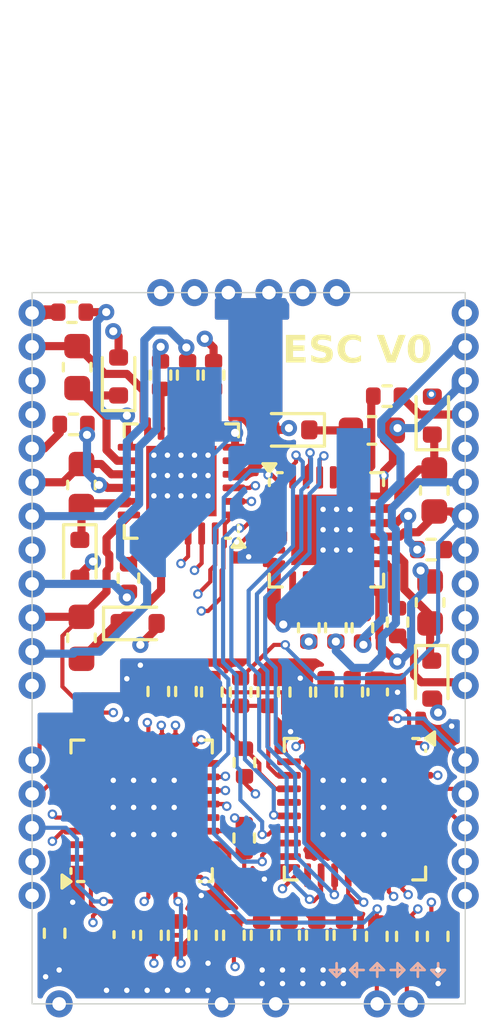
<source format=kicad_pcb>
(kicad_pcb (version 20241229) (generator "pcbnew") (generator_version "9.0")
  (layers (0 "F.Cu" signal) (4 "In1.Cu" signal) (6 "In2.Cu" signal) (2 "B.Cu" signal) (13 "F.Paste" user) (15 "B.Paste" user) (5 "F.SilkS" user "F.Silkscreen") (7 "B.SilkS" user "B.Silkscreen") (1 "F.Mask" user) (3 "B.Mask" user) (25 "Edge.Cuts" user))
  (net 0 "")
  (net 1 "GND")
  (net 2 "+3V3")
  (net 3 "/ESC1/VB1")
  (net 4 "/ESC1/VS1")
  (net 5 "/ESC1/VB2")
  (net 6 "/ESC1/VS2")
  (net 7 "/ESC1/VB3")
  (net 8 "/ESC1/VS3")
  (net 9 "Vdrive")
  (net 10 "/ESC1/PWM")
  (net 11 "/ESC1/BOOT0")
  (net 12 "/ESC1/SENS_A")
  (net 13 "/ESC1/COMP")
  (net 14 "/ESC1/SENS_B")
  (net 15 "/ESC1/SENS_C")
  (net 16 "/ESC1/HO1")
  (net 17 "/ESC1/LO1")
  (net 18 "/ESC1/HO2")
  (net 19 "/ESC1/LO2")
  (net 20 "/ESC1/HO3")
  (net 21 "/ESC1/LO3")
  (net 25 "VDD")
  (net 27 "/ESC1/NRST")
  (net 28 "/ESC1/GATE_AL")
  (net 29 "/ESC1/GATE_AH")
  (net 30 "/ESC1/SWDIO")
  (net 31 "/ESC1/GATE_BH")
  (net 32 "/ESC1/GATE_BL")
  (net 33 "/ESC1/GATE_CH")
  (net 34 "/ESC1/SWCLK")
  (net 35 "/ESC1/GATE_CL")
  (net 40 "Net-(R101-Pad2)")
  (net 41 "Net-(R102-Pad2)")
  (net 42 "Net-(R103-Pad2)")
  (net 43 "Net-(R104-Pad2)")
  (net 44 "Net-(R105-Pad2)")
  (net 45 "Net-(R106-Pad2)")
  (net 46 "Net-(R107-Pad2)")
  (net 47 "Net-(R108-Pad2)")
  (net 48 "Net-(R109-Pad2)")
  (net 49 "Net-(R110-Pad2)")
  (net 50 "Net-(R111-Pad2)")
  (net 51 "Net-(R112-Pad2)")
  (net 52 "/ESC1/TELEMETRY_TX")
  (net 53 "/ESC1/TELEMETRY_RX")
  (net 54 "/ESC2/VS1")
  (net 55 "/ESC2/VB1")
  (net 56 "/ESC2/VS2")
  (net 57 "/ESC2/VB2")
  (net 58 "/ESC2/VB3")
  (net 59 "/ESC2/VS3")
  (net 60 "/ESC2/HO1")
  (net 61 "/ESC2/LO1")
  (net 62 "/ESC2/HO2")
  (net 63 "/ESC2/LO2")
  (net 64 "/ESC2/HO3")
  (net 65 "/ESC2/LO3")
  (net 66 "Net-(U204-PA2)")
  (net 67 "/ESC2/SENS_A")
  (net 68 "/ESC2/COMP")
  (net 69 "/ESC2/SENS_B")
  (net 70 "/ESC2/SENS_C")
  (net 71 "/ESC2/BOOT0")
  (net 72 "/ESC2/PWM")
  (net 73 "Net-(U301-PA2)")
  (net 74 "/ESC2/NRST")
  (net 75 "/ESC2/TELEMETRY_TX")
  (net 76 "/ESC2/TELEMETRY_RX")
  (net 92 "/ESC2/GATE_CH")
  (net 93 "/ESC2/GATE_AH")
  (net 94 "/ESC2/GATE_BL")
  (net 95 "/ESC2/SWCLK")
  (net 97 "/ESC2/GATE_CL")
  (net 101 "/ESC2/SWDIO")
  (net 104 "/ESC2/GATE_BH")
  (net 106 "/ESC2/GATE_AL")
  (footprint "Resistor_SMD:R_0402_1005Metric" (layer "F.Cu") (at 134.740278 90.234123)
    (property "Reference" "R109" (hide yes))
    (property "Value" "10")
  )
  (footprint "Capacitor_SMD:C_0603_1608Metric" (layer "F.Cu") (at 121.665 83.5 90)
    (property "Reference" "C8" (hide yes))
    (property "Value" "0.22u")
  )
  (footprint "Diode_SMD:D_SOD-523" (layer "F.Cu") (at 121.765 90.575 -90)
    (property "Reference" "D202" (hide yes))
    (property "Value" "1N4148WT")
  )
  (footprint "Castltated_hole:Castlated_Hole" (layer "F.Cu") (at 120 86.5)
    (property "Reference" "U7" (hide yes))
    (property "Value" "~" (hide yes))
  )
  (footprint "Resistor_SMD:R_0402_1005Metric" (layer "F.Cu") (at 127.454495 104.469873 -90)
    (property "Reference" "R21" (hide yes))
    (property "Value" "10K")
  )
  (footprint "Castltated_hole:Castlated_Hole" (layer "F.Cu") (at 136 87.75)
    (property "Reference" "U14" (hide yes))
    (property "Value" "~" (hide yes))
  )
  (footprint "Castltated_hole:Castlated_Hole" (layer "F.Cu") (at 120 92.75 -90)
    (property "Reference" "U105" (hide yes))
    (property "Value" "~" (hide yes))
  )
  (footprint "Capacitor_SMD:C_0402_1005Metric" (layer "F.Cu") (at 132.767309 95.490566 90)
    (property "Reference" "C5" (hide yes))
    (property "Value" "0.1u")
  )
  (footprint "Castltated_hole:Castlated_Hole" (layer "F.Cu") (at 136 89)
    (property "Reference" "U108" (hide yes))
    (property "Value" "~" (hide yes))
  )
  (footprint "Castltated_hole:Castlated_Hole" (layer "F.Cu") (at 120 101.75 180)
    (property "Reference" "U121" (hide yes))
    (property "Value" "~" (hide yes))
  )
  (footprint "Castltated_hole:Castlated_Hole" (layer "F.Cu") (at 126 80.75)
    (property "Reference" "U18" (hide yes))
    (property "Value" "~" (hide yes))
  )
  (footprint "Package_DFN_QFN:QFN-32-1EP_5x5mm_P0.5mm_EP3.1x3.1mm" (layer "F.Cu") (at 131.926995 99.814873 -90)
    (property "Reference" "U301" (hide yes))
    (property "Value" "STM32F051K8Ux")
  )
  (footprint "Resistor_SMD:R_0402_1005Metric" (layer "F.Cu") (at 125.412828 104.469873 90)
    (property "Reference" "R16" (hide yes))
    (property "Value" "1K")
  )
  (footprint "Resistor_SMD:R_0402_1005Metric" (layer "F.Cu") (at 132.734441 104.509435 90)
    (property "Reference" "R202" (hide yes))
    (property "Value" "100R")
  )
  (footprint "Castltated_hole:Castlated_Hole" (layer "F.Cu") (at 136 98)
    (property "Reference" "U111" (hide yes))
    (property "Value" "~" (hide yes))
  )
  (footprint "Capacitor_SMD:C_0603_1608Metric" (layer "F.Cu") (at 134.858166 88.051653 -90)
    (property "Reference" "C303" (hide yes))
    (property "Value" "0.22u")
  )
  (footprint "Resistor_SMD:R_0402_1005Metric" (layer "F.Cu") (at 127.846412 98.091304 -90)
    (property "Reference" "R309" (hide yes))
    (property "Value" "10K")
  )
  (footprint "Diode_SMD:D_SOD-523" (layer "F.Cu") (at 129.54 85.815 180)
    (property "Reference" "D304" (hide yes))
    (property "Value" "1N4148WT")
  )
  (footprint "Resistor_SMD:R_0402_1005Metric" (layer "F.Cu") (at 131.825289 95.490566 90)
    (property "Reference" "R311" (hide yes))
    (property "Value" "10K")
  )
  (footprint "Capacitor_SMD:C_0603_1608Metric" (layer "F.Cu") (at 121.825 93.49 90)
    (property "Reference" "C6" (hide yes))
    (property "Value" "0.22u")
  )
  (footprint "Castltated_hole:Castlated_Hole" (layer "F.Cu") (at 120 82.75 -90)
    (property "Reference" "U110" (hide yes))
    (property "Value" "~" (hide yes))
  )
  (footprint "Resistor_SMD:R_0402_1005Metric" (layer "F.Cu") (at 121.474073 81.470951 180)
    (property "Reference" "R105" (hide yes))
    (property "Value" "10")
  )
  (footprint "Castltated_hole:Castlated_Hole" (layer "F.Cu") (at 136 92.75 -90)
    (property "Reference" "U16" (hide yes))
    (property "Value" "~" (hide yes))
  )
  (footprint "Resistor_SMD:R_0402_1005Metric" (layer "F.Cu") (at 131.221088 93.11832 -90)
    (property "Reference" "R110" (hide yes))
    (property "Value" "10")
  )
  (footprint "Castltated_hole:Castlated_Hole" (layer "F.Cu") (at 120 91.5 -90)
    (property "Reference" "U5" (hide yes))
    (property "Value" "~" (hide yes))
  )
  (footprint "Resistor_SMD:R_0402_1005Metric" (layer "F.Cu") (at 124.391995 104.469873 -90)
    (property "Reference" "R22" (hide yes))
    (property "Value" "10K")
  )
  (footprint "Resistor_SMD:R_0402_1005Metric" (layer "F.Cu") (at 132.202388 93.121712 -90)
    (property "Reference" "R108" (hide yes))
    (property "Value" "10")
  )
  (footprint "Resistor_SMD:R_0402_1005Metric" (layer "F.Cu") (at 121.532653 85.613155 180)
    (property "Reference" "R102" (hide yes))
    (property "Value" "10")
  )
  (footprint "Castltated_hole:Castlated_Hole" (layer "F.Cu") (at 136 95.25 -90)
    (property "Reference" "U15" (hide yes))
    (property "Value" "~" (hide yes))
  )
  (footprint "Resistor_SMD:R_0402_1005Metric" (layer "F.Cu") (at 125.746532 83.795 90)
    (property "Reference" "R104" (hide yes))
    (property "Value" "10")
  )
  (footprint "Resistor_SMD:R_0402_1005Metric" (layer "F.Cu") (at 134.984524 104.509434 -90)
    (property "Reference" "R312" (hide yes))
    (property "Value" "10K")
  )
  (footprint "Castltated_hole:Castlated_Hole" (layer "F.Cu") (at 120 98)
    (property "Reference" "U202" (hide yes))
    (property "Value" "~" (hide yes))
  )
  (footprint "Castltated_hole:Castlated_Hole" (layer "F.Cu") (at 120 90.25 180)
    (property "Reference" "U22" (hide yes))
    (property "Value" "~" (hide yes))
  )
  (footprint "Castltated_hole:Castlated_Hole" (layer "F.Cu") (at 124.75 80.75)
    (property "Reference" "U116" (hide yes))
    (property "Value" "~" (hide yes))
  )
  (footprint "Resistor_SMD:R_0402_1005Metric" (layer "F.Cu") (at 131.537828 104.469873 90)
    (property "Reference" "R19" (hide yes))
    (property "Value" "1K")
  )
  (footprint "Resistor_SMD:R_0402_1005Metric" (layer "F.Cu") (at 128.725328 95.490566 -90)
    (property "Reference" "R307" (hide yes))
    (property "Value" "1K")
  )
  (footprint "Castltated_hole:Castlated_Hole" (layer "F.Cu") (at 129 107 90)
    (property "Reference" "U118" (hide yes))
    (property "Value" "~" (hide yes))
  )
  (footprint "Resistor_SMD:R_0402_1005Metric" (layer "F.Cu") (at 127.704495 95.490566 90)
    (property "Reference" "R310" (hide yes))
    (property "Value" "10K")
  )
  (footprint "Diode_SMD:D_SOD-523" (layer "F.Cu") (at 134.785 85.29 90)
    (property "Reference" "D301" (hide yes))
    (property "Value" "1N4148WT")
  )
  (footprint "Resistor_SMD:R_0402_1005Metric" (layer "F.Cu") (at 129.496162 104.469873 90)
    (property "Reference" "R15" (hide yes))
    (property "Value" "1K")
  )
  (footprint "Castltated_hole:Castlated_Hole" (layer "F.Cu") (at 120 103 180)
    (property "Reference" "U122" (hide yes))
    (property "Value" "~" (hide yes))
  )
  (footprint "Castltated_hole:Castlated_Hole" (layer "F.Cu") (at 136 91.5)
    (property "Reference" "U114" (hide yes))
    (property "Value" "~" (hide yes))
  )
  (footprint "Castltated_hole:Castlated_Hole" (layer "F.Cu") (at 128.75 80.75)
    (property "Reference" "U103" (hide yes))
    (property "Value" "~" (hide yes))
  )
  (footprint "Package_DFN_QFN:QFN-24-1EP_4x4mm_P0.5mm_EP2.6x2.6mm" (layer "F.Cu") (at 125.514408 87.705413 180)
    (property "Reference" "U25" (hide yes))
    (property "Value" "FD6288Q")
  )
  (footprint "Castltated_hole:Castlated_Hole" (layer "F.Cu") (at 136 82.75 90)
    (property "Reference" "U12" (hide yes))
    (property "Value" "~" (hide yes))
  )
  (footprint "Resistor_SMD:R_0402_1005Metric" (layer "F.Cu") (at 130.516995 104.469873 90)
    (property "Reference" "R14" (hide yes))
    (property "Value" "1K")
  )
  (footprint "Castltated_hole:Castlated_Hole" (layer "F.Cu") (at 120 81.5 -90)
    (property "Reference" "U9" (hide yes))
    (property "Value" "~" (hide yes))
  )
  (footprint "Capacitor_SMD:C_0603_1608Metric" (layer "F.Cu") (at 134.703835 92.185584 90)
    (property "Reference" "C304" (hide yes))
    (property "Value" "0.22u")
  )
  (footprint "Castltated_hole:Castlated_Hole" (layer "F.Cu") (at 120 87.75 -90)
    (property "Reference" "U106" (hide yes))
    (property "Value" "~" (hide yes))
  )
  (footprint "Resistor_SMD:R_0402_1005Metric" (layer "F.Cu") (at 129.906995 95.490566 -90)
    (property "Reference" "R306" (hide yes))
    (property "Value" "1K")
  )
  (footprint "Castltated_hole:Castlated_Hole" (layer "F.Cu") (at 131.25 80.75)
    (property "Reference" "U19" (hide yes))
    (property "Value" "~" (hide yes))
  )
  (footprint "Resistor_SMD:R_0402_1005Metric" (layer "F.Cu") (at 133.114719 84.569715)
    (property "Reference" "R107" (hide yes))
    (property "Value" "10")
  )
  (footprint "Castltated_hole:Castlated_Hole" (layer "F.Cu") (at 136 90.25)
    (property "Reference" "U13" (hide yes))
    (property "Value" "~" (hide yes))
  )
  (footprint "Castltated_hole:Castlated_Hole" (layer "F.Cu") (at 120 95.25 180)
    (property "Reference" "U20" (hide yes))
    (property "Value" "~" (hide yes))
  )
  (footprint "Resistor_SMD:R_0402_1005Metric" (layer "F.Cu") (at 124.745 83.795 90)
    (property "Reference" "R101" (hide yes))
    (property "Value" "10")
  )
  (footprint "Resistor_SMD:R_0402_1005Metric" (layer "F.Cu") (at 133.501098 92.909202 -90)
    (property "Reference" "R111" (hide yes))
    (property "Value" "10")
  )
  (footprint "Castltated_hole:Castlated_Hole" (layer "F.Cu") (at 132.75 107)
    (property "Reference" "U3" (hide yes))
    (property "Value" "~" (hide yes))
  )
  (footprint "Castltated_hole:Castlated_Hole" (layer "F.Cu") (at 136 81.5)
    (property "Reference" "U113" (hide yes))
    (property "Value" "~" (hide yes))
  )
  (footprint "Castltated_hole:Castlated_Hole" (layer "F.Cu") (at 120 84 -90)
    (property "Reference" "U10" (hide yes))
    (property "Value" "~" (hide yes))
  )
  (footprint "Castltated_hole:Castlated_Hole" (layer "F.Cu") (at 136 86.5)
    (property "Reference" "U115" (hide yes))
    (property "Value" "~" (hide yes))
  )
  (footprint "Castltated_hole:Castlated_Hole" (layer "F.Cu") (at 130 80.75)
    (property "Reference" "U101" (hide yes))
    (property "Value" "~" (hide yes))
  )
  (footprint "Resistor_SMD:R_0402_1005Metric" (layer "F.Cu") (at 130.221339 93.120016 -90)
    (property "Reference" "R112" (hide yes))
    (property "Value" "10")
  )
  (footprint "Resistor_SMD:R_0402_1005Metric" (layer "F.Cu") (at 124.662828 95.469873 -90)
    (property "Reference" "R308" (hide yes))
    (property "Value" "1K")
  )
  (footprint "Package_DFN_QFN:QFN-24-1EP_4x4mm_P0.5mm_EP2.6x2.6mm" (layer "F.Cu") (at 130.875 89.505)
    (property "Reference" "U302" (hide yes))
    (property "Value" "FD6288Q")
  )
  (footprint "Castltated_hole:Castlated_Hole" (layer "F.Cu") (at 120 89)
    (property "Reference" "U8" (hide yes))
    (property "Value" "~" (hide yes))
  )
  (footprint "Resistor_SMD:R_0402_1005Metric" (layer "F.Cu") (at 130.856995 95.490566 -90)
    (property "Reference" "R305" (hide yes))
    (property "Value" "1K")
  )
  (footprint "Castltated_hole:Castlated_Hole" (layer "F.Cu") (at 120 99.25)
    (property "Reference" "U201" (hide yes))
    (property "Value" "~" (hide yes))
  )
  (footprint "Resistor_SMD:R_0402_1005Metric" (layer "F.Cu") (at 126.641995 95.490566 -90)
    (property "Reference" "R304" (hide yes))
    (property "Value" "1K")
  )
  (footprint "Castltated_hole:Castlated_Hole" (layer "F.Cu") (at 136 100.5)
    (property "Reference" "U119" (hide yes))
    (property "Value" "~" (hide yes))
  )
  (footprint "Resistor_SMD:R_0402_1005Metric" (layer "F.Cu") (at 123.56133 91.285406 -90)
    (property "Reference" "R103" (hide yes))
    (property "Value" "10")
  )
  (footprint "Castltated_hole:Castlated_Hole" (layer "F.Cu") (at 127 107 90)
    (property "Reference" "U117" (hide yes))
    (property "Value" "~" (hide yes))
  )
  (footprint "Resistor_SMD:R_0402_1005Metric" (layer "F.Cu") (at 133.844159 104.509434 90)
    (property "Reference" "R313" (hide yes))
    (property "Value" "100R")
  )
  (footprint "Castltated_hole:Castlated_Hole" (layer "F.Cu") (at 136 103)
    (property "Reference" "U304" (hide yes))
    (property "Value" "~" (hide yes))
  )
  (footprint "Castltated_hole:Castlated_Hole" (layer "F.Cu") (at 136 85.25 90)
    (property "Reference" "U11" (hide yes))
    (property "Value" "~" (hide yes))
  )
  (footprint "Package_DFN_QFN:QFN-32-1EP_5x5mm_P0.5mm_EP3.1x3.1mm" (layer "F.Cu") (at 124.046995 99.874873 90)
    (property "Reference" "U204" (hide yes))
    (property "Value" "STM32F051K8Ux")
  )
  (footprint "Capacitor_SMD:C_0603_1608Metric" (layer "F.Cu") (at 132.551654 85.834836)
    (property "Reference" "C302" (hide yes))
    (property "Value" "0.22u")
  )
  (footprint "Castltated_hole:Castlated_Hole" (layer "F.Cu") (at 121 107)
    (property "Reference" "U102" (hide yes))
    (property "Value" "~" (hide yes))
  )
  (footprint "Castltated_hole:Castlated_Hole" (layer "F.Cu") (at 136 84)
    (property "Reference" "U107" (hide yes))
    (property "Value" "~" (hide yes))
  )
  (footprint "Resistor_SMD:R_0402_1005Metric" (layer "F.Cu") (at 126.433662 104.469873 90)
    (property "Reference" "R17" (hide yes))
    (property "Value" "1K")
  )
  (footprint "Resistor_SMD:R_0402_1005Metric" (layer "F.Cu") (at 128.475328 104.469873 90)
    (property "Reference" "R18" (hide yes))
    (property "Value" "1K")
  )
  (footprint "Castltated_hole:Castlated_Hole" (layer "F.Cu") (at 127.25 80.75)
    (property "Reference" "U104" (hide yes))
    (property "Value" "~" (hide yes))
  )
  (footprint "Castltated_hole:Castlated_Hole" (layer "F.Cu") (at 120 85.25 180)
    (property "Reference" "U21" (hide yes))
    (property "Value" "~" (hide yes))
  )
  (footprint "Castltated_hole:Castlated_Hole" (layer "F.Cu") (at 134 107)
    (property "Reference" "U4" (hide yes))
    (property "Value" "~" (hide yes))
  )
  (footprint "Castltated_hole:Castlated_Hole" (layer "F.Cu") (at 136 99.25)
    (property "Reference" "U120" (hide yes))
    (property "Value" "~" (hide yes))
  )
  (footprint "Diode_SMD:D_SOD-523" (layer "F.Cu") (at 123.9 92.96)
    (property "Reference" "D201" (hide yes))
    (property "Value" "1N4148WT")
  )
  (footprint "Resistor_SMD:R_0402_1005Metric" (layer "F.Cu") (at 120.833005 104.395127 -90)
    (property "Reference" "R201" (hide yes))
    (property "Value" "10K")
  )
  (footprint "Diode_SMD:D_SOD-523" (layer "F.Cu") (at 123.194914 83.844686 90)
    (property "Reference" "D203" (hide yes))
    (property "Value" "1N4148WT")
  )
  (footprint "Capacitor_SMD:C_0603_1608Metric" (layer "F.Cu") (at 121.825 87.85 90)
    (property "Reference" "C7" (hide yes))
    (property "Value" "0.22u")
  )
  (footprint "Castltated_hole:Castlated_Hole" (layer "F.Cu") (at 136 94 -90)
    (property "Reference" "U109" (hide yes))
    (property "Value" "~" (hide yes))
  )
  (footprint "Castltated_hole:Castlated_Hole" (layer "F.Cu") (at 136 101.75)
    (property "Reference" "U303" (hide yes))
    (property "Value" "~" (hide yes))
  )
  (footprint "Capacitor_SMD:C_0402_1005Metric" (layer "F.Cu") (at 123.389574 104.443684 -90)
    (property "Reference" "C301" (hide yes))
    (property "Value" "0.1u")
  )
  (footprint "Resistor_SMD:R_0402_1005Metric" (layer "F.Cu") (at 126.705 83.795 90)
    (property "Reference" "R106" (hide yes))
    (property "Value" "10")
  )
  (footprint "Resistor_SMD:R_0402_1005Metric" (layer "F.Cu") (at 125.683662 95.469873 -90)
    (property "Reference" "R303" (hide yes))
    (property "Value" "1K")
  )
  (footprint "Diode_SMD:D_SOD-523" (layer "F.Cu") (at 134.764496 95.034026 -90)
    (property "Reference" "D302" (hide yes))
    (property "Value" "1N4148WT")
  )
  (footprint "Castltated_hole:Castlated_Hole" (layer "F.Cu") (at 120 100.5)
    (property "Reference" "U112" (hide yes))
    (property "Value" "~" (hide yes))
  )
  (footprint "Castltated_hole:Castlated_Hole" (layer "F.Cu") (at 120 94 -90)
    (property "Reference" "U6" (hide yes))
    (property "Value" "~" (hide yes))
  )
  (footprint "Resistor_SMD:R_0402_1005Metric" (layer "F.Cu") (at 127.837232 100.878898 90)
    (property "Reference" "R20" (hide yes))
    (property "Value" "10K")
  )
  (gr_poly (pts (xy 129 92.25) (xy 129 93.116092) (xy 132.133908 93.116092) (xy 132.637439 92.612561) (xy 132.637439 89.887439) (xy 132.5 89.75) (xy 132.5 85.75) (xy 131.25 85.75) (xy 131.25 88.25) (xy 130.5 88.25) (xy 130.5 90.75)) (fill yes) (layers "B.Cu" "B.Mask") (net 1))
  (gr_poly (pts (xy 130.5 100.75) (xy 132 102.5) (xy 134.75 102.5) (xy 134.75 99) (xy 133.75 97.75) (xy 130.5 97.75)) (fill yes) (layers "B.Cu" "B.Mask") (net 1))
  (gr_poly (pts (xy 124.458333 102.5) (xy 126.25 100.964285) (xy 126.25 97.75) (xy 123.3125 97.75) (xy 122 98.8) (xy 122 102.5)) (fill yes) (layers "B.Cu" "B.Mask") (net 1))
  (gr_poly (pts (xy 124.318298 86.681702) (xy 124.318298 88.681702) (xy 123.60582 89.39418) (xy 123.60582 90.35582) (xy 124.5 91.25) (xy 124.943236 91.25) (xy 124.943236 90.556764) (xy 126.75 88.75) (xy 126.75 86.25) (xy 127.75 86.25) (xy 127.75 85.5) (xy 127 85.5) (xy 127 83.5) (xy 125 83.5) (xy 125 86)) (fill yes) (layers "B.Cu" "B.Mask") (net 1))
  (gr_line (start 133.5 106) (end 133.75 105.75) (stroke (width 0.1)) (layer "B.SilkS"))
  (gr_line (start 134.5 105.75) (end 134 105.75) (stroke (width 0.1)) (layer "B.SilkS"))
  (gr_line (start 131.5 105.75) (end 131 105.75) (stroke (width 0.1)) (layer "B.SilkS"))
  (gr_line (start 135 106) (end 135.25 105.75) (stroke (width 0.1)) (layer "B.SilkS"))
  (gr_line (start 132.75 106) (end 132.75 105.5) (stroke (width 0.1)) (layer "B.SilkS"))
  (gr_line (start 131.25 106) (end 131.25 105.5) (stroke (width 0.1)) (layer "B.SilkS"))
  (gr_line (start 134.75 105.75) (end 135 106) (stroke (width 0.1)) (layer "B.SilkS"))
  (gr_line (start 132.25 105.75) (end 131.75 105.75) (stroke (width 0.1)) (layer "B.SilkS"))
  (gr_line (start 135 105.5) (end 135 106) (stroke (width 0.1)) (layer "B.SilkS"))
  (gr_line (start 132.5 105.75) (end 132.75 105.5) (stroke (width 0.1)) (layer "B.SilkS"))
  (gr_line (start 133.75 105.75) (end 133.5 105.5) (stroke (width 0.1)) (layer "B.SilkS"))
  (gr_line (start 131.75 105.75) (end 132 105.5) (stroke (width 0.1)) (layer "B.SilkS"))
  (gr_line (start 131 105.75) (end 131.25 106) (stroke (width 0.1)) (layer "B.SilkS"))
  (gr_line (start 132 105.5) (end 132 106) (stroke (width 0.1)) (layer "B.SilkS"))
  (gr_line (start 133 105.75) (end 132.5 105.75) (stroke (width 0.1)) (layer "B.SilkS"))
  (gr_line (start 134.25 106) (end 134.25 105.5) (stroke (width 0.1)) (layer "B.SilkS"))
  (gr_line (start 133.5 105.5) (end 133.5 106) (stroke (width 0.1)) (layer "B.SilkS"))
  (gr_line (start 134 105.75) (end 134.25 105.5) (stroke (width 0.1)) (layer "B.SilkS"))
  (gr_line (start 132.75 105.5) (end 133 105.75) (stroke (width 0.1)) (layer "B.SilkS"))
  (gr_line (start 135.25 105.75) (end 134.75 105.75) (stroke (width 0.1)) (layer "B.SilkS"))
  (gr_line (start 134.25 105.5) (end 134.5 105.75) (stroke (width 0.1)) (layer "B.SilkS"))
  (gr_line (start 133.25 105.75) (end 133.75 105.75) (stroke (width 0.1)) (layer "B.SilkS"))
  (gr_line (start 131.25 106) (end 131.5 105.75) (stroke (width 0.1)) (layer "B.SilkS"))
  (gr_line (start 132 106) (end 131.75 105.75) (stroke (width 0.1)) (layer "B.SilkS"))
  (gr_rect (start 120 80.75) (end 136 107) (stroke (width 0.05)) (fill no) (layer "Edge.Cuts"))
  (gr_text "ESC V0" (at 129.25 83.5 0) (layer "F.SilkS") (effects (font (size 1 1) (thickness 0.25) (bold yes)) (justify left bottom)))
  (segment (start 128.9375 92.6589) (end 128.9375 90.7834) (width 0.5) (layer "F.Cu") (net 1))
  (segment (start 129.2786 93) (end 128.9375 92.6589) (width 0.5) (layer "F.Cu") (net 1))
  (segment (start 127.5 86.407321) (end 127.451908 86.455413) (width 0.3) (layer "F.Cu") (net 1))
  (segment (start 127.5 85.925) (end 127.5 86.407321) (width 0.3) (layer "F.Cu") (net 1))
  (via (at 121.5 103.25) (size 0.35) (drill 0.2) (layers "F.Cu" "B.Cu") (net 1))
  (via (at 128.5 106.25) (size 0.35) (drill 0.2) (layers "F.Cu" "B.Cu") (net 1))
  (via (at 126.5 106.5) (size 0.35) (drill 0.2) (layers "F.Cu" "B.Cu") (net 1))
  (via (at 129.25 106.25) (size 0.35) (drill 0.2) (layers "F.Cu" "B.Cu") (net 1))
  (via (at 130.75 100.75) (size 0.35) (drill 0.2) (layers "F.Cu" "B.Cu") (net 1))
  (via (at 125.5 88.25) (size 0.35) (drill 0.2) (layers "F.Cu" "B.Cu") (net 1))
  (via (at 125 86.75) (size 0.35) (drill 0.2) (layers "F.Cu" "B.Cu") (net 1))
  (via (at 131.5 98.75) (size 0.35) (drill 0.2) (layers "F.Cu" "B.Cu") (net 1))
  (via (at 128.580123 102.397267) (size 0.35) (drill 0.2) (layers "F.Cu" "B.Cu") (net 1))
  (via (at 132.25 99.75) (size 0.35) (drill 0.2) (layers "F.Cu" "B.Cu") (net 1))
  (via (at 124.5 88.25) (size 0.35) (drill 0.2) (layers "F.Cu" "B.Cu") (net 1))
  (via (at 127.5 85.925) (size 0.6) (drill 0.3) (layers "F.Cu" "B.Cu") (net 1))
  (via (at 124.5 86.75) (size 0.35) (drill 0.2) (layers "F.Cu" "B.Cu") (net 1))
  (via (at 130.75 106.25) (size 0.35) (drill 0.2) (layers "F.Cu" "B.Cu") (net 1))
  (via (at 124.25 106.5) (size 0.35) (drill 0.2) (layers "F.Cu" "B.Cu") (net 1))
  (via (at 123.75 98.75) (size 0.35) (drill 0.2) (layers "F.Cu" "B.Cu") (net 1))
  (via (at 129.2786 93) (size 0.6) (drill 0.3) (layers "F.Cu" "B.Cu") (net 1))
  (via (at 132.25 100.75) (size 0.35) (drill 0.2) (layers "F.Cu" "B.Cu") (net 1))
  (via (at 126.5 86.75) (size 0.35) (drill 0.2) (layers "F.Cu" "B.Cu") (net 1))
  (via (at 125.25 100.75) (size 0.35) (drill 0.2) (layers "F.Cu" "B.Cu") (net 1))
  (via (at 131.75 89.5) (size 0.35) (drill 0.2) (layers "F.Cu" "B.Cu") (net 1))
  (via (at 130.75 88.75) (size 0.35) (drill 0.2) (layers "F.Cu" "B.Cu") (net 1))
  (via (at 131.25 90.25) (size 0.35) (drill 0.2) (layers "F.Cu" "B.Cu") (net 1))
  (via (at 126.5 88.25) (size 0.35) (drill 0.2) (layers "F.Cu" "B.Cu") (net 1))
  (via (at 131.5 100.75) (size 0.35) (drill 0.2) (layers "F.Cu" "B.Cu") (net 1))
  (via (at 130.75 98.75) (size 0.35) (drill 0.2) (layers "F.Cu" "B.Cu") (net 1))
  (via (at 129.547673 96.952945) (size 0.35) (drill 0.2) (layers "F.Cu" "B.Cu") (net 1))
  (via (at 123.75 100.75) (size 0.35) (drill 0.2) (layers "F.Cu" "B.Cu") (net 1))
  (via (at 124 94.5) (size 0.35) (drill 0.2) (layers "F.Cu" "B.Cu") (net 1))
  (via (at 125.25 99.75) (size 0.35) (drill 0.2) (layers "F.Cu" "B.Cu") (net 1))
  (via (at 126.25 103) (size 0.35) (drill 0.2) (layers "F.Cu" "B.Cu") (net 1))
  (via (at 124.5 100.75) (size 0.35) (drill 0.2) (layers "F.Cu" "B.Cu") (net 1))
  (via (at 130.75 90.25) (size 0.35) (drill 0.2) (layers "F.Cu" "B.Cu") (net 1))
  (via (at 125.5 86.75) (size 0.35) (drill 0.2) (layers "F.Cu" "B.Cu") (net 1))
  (via (at 131.25 88.75) (size 0.35) (drill 0.2) (layers "F.Cu" "B.Cu") (net 1))
  (via (at 120.5 106) (size 0.35) (drill 0.2) (layers "F.Cu" "B.Cu") (net 1))
  (via (at 133 99.75) (size 0.35) (drill 0.2) (layers "F.Cu" "B.Cu") (net 1))
  (via (at 123 100.75) (size 0.35) (drill 0.2) (layers "F.Cu" "B.Cu") (net 1))
  (via (at 129.906995 94.980566) (size 0.35) (drill 0.2) (layers "F.Cu" "B.Cu") (net 1))
  (via (at 131.25 89.5) (size 0.35) (drill 0.2) (layers "F.Cu" "B.Cu") (net 1))
  (via (at 131.5 99.75) (size 0.35) (drill 0.2) (layers "F.Cu" "B.Cu") (net 1))
  (via (at 126.5 87.5) (size 0.35) (drill 0.2) (layers "F.Cu" "B.Cu") (net 1))
  (via (at 135 106.25) (size 0.35) (drill 0.2) (layers "F.Cu" "B.Cu") (net 1))
  (via (at 124.5 87.5) (size 0.35) (drill 0.2) (layers "F.Cu" "B.Cu") (net 1))
  (via (at 121 105.75) (size 0.35) (drill 0.2) (layers "F.Cu" "B.Cu") (net 1))
  (via (at 123 99.75) (size 0.35) (drill 0.2) (layers "F.Cu" "B.Cu") (net 1))
  (via (at 124.5 99.75) (size 0.35) (drill 0.2) (layers "F.Cu" "B.Cu") (net 1))
  (via (at 125.5 87.5) (size 0.35) (drill 0.2) (layers "F.Cu" "B.Cu") (net 1))
  (via (at 125 88.25) (size 0.35) (drill 0.2) (layers "F.Cu" "B.Cu") (net 1))
  (via (at 131.5 106.25) (size 0.35) (drill 0.2) (layers "F.Cu" "B.Cu") (net 1))
  (via (at 130 105.75) (size 0.35) (drill 0.2) (layers "F.Cu" "B.Cu") (net 1))
  (via (at 126 86.75) (size 0.35) (drill 0.2) (layers "F.Cu" "B.Cu") (net 1))
  (via (at 123.75 99.75) (size 0.35) (drill 0.2) (layers "F.Cu" "B.Cu") (net 1))
  (via (at 125 106.5) (size 0.35) (drill 0.2) (layers "F.Cu" "B.Cu") (net 1))
  (via (at 124.5 98.75) (size 0.35) (drill 0.2) (layers "F.Cu" "B.Cu") (net 1))
  (via (at 123.5 95) (size 0.35) (drill 0.2) (layers "F.Cu" "B.Cu") (net 1))
  (via (at 135 105.75) (size 0.35) (drill 0.2) (layers "F.Cu" "B.Cu") (net 1))
  (via (at 132.25 98.75) (size 0.35) (drill 0.2) (layers "F.Cu" "B.Cu") (net 1))
  (via (at 125 87.5) (size 0.35) (drill 0.2) (layers "F.Cu" "B.Cu") (net 1))
  (via (at 123 98.75) (size 0.35) (drill 0.2) (layers "F.Cu" "B.Cu") (net 1))
  (via (at 130.75 99.75) (size 0.35) (drill 0.2) (layers "F.Cu" "B.Cu") (net 1))
  (via (at 133 100.75) (size 0.35) (drill 0.2) (layers "F.Cu" "B.Cu") (net 1))
  (via (at 123.5 96.5) (size 0.35) (drill 0.2) (layers "F.Cu" "B.Cu") (net 1))
  (via (at 130.75 89.5) (size 0.35) (drill 0.2) (layers "F.Cu" "B.Cu") (net 1))
  (via (at 126.5 105.5) (size 0.35) (drill 0.2) (layers "F.Cu" "B.Cu") (net 1))
  (via (at 122.75 106.5) (size 0.35) (drill 0.2) (layers "F.Cu" "B.Cu") (net 1))
  (via (at 135.5 96.75) (size 0.35) (drill 0.2) (layers "F.Cu" "B.Cu") (net 1))
  (via (at 126 88.25) (size 0.35) (drill 0.2) (layers "F.Cu" "B.Cu") (net 1))
  (via (at 125.25 98.75) (size 0.35) (drill 0.2) (layers "F.Cu" "B.Cu") (net 1))
  (via (at 130 106.25) (size 0.35) (drill 0.2) (layers "F.Cu" "B.Cu") (net 1))
  (via (at 131.5 105.75) (size 0.35) (drill 0.2) (layers "F.Cu" "B.Cu") (net 1))
  (via (at 130.75 105.75) (size 0.35) (drill 0.2) (layers "F.Cu" "B.Cu") (net 1))
  (via (at 129.25 105.75) (size 0.35) (drill 0.2) (layers "F.Cu" "B.Cu") (net 1))
  (via (at 125.75 106.5) (size 0.35) (drill 0.2) (layers "F.Cu" "B.Cu") (net 1))
  (via (at 133.5 95.5) (size 0.35) (drill 0.2) (layers "F.Cu" "B.Cu") (net 1))
  (via (at 131.75 90.25) (size 0.35) (drill 0.2) (layers "F.Cu" "B.Cu") (net 1))
  (via (at 123.5 106.5) (size 0.35) (drill 0.2) (layers "F.Cu" "B.Cu") (net 1))
  (via (at 131.75 88.75) (size 0.35) (drill 0.2) (layers "F.Cu" "B.Cu") (net 1))
  (via (at 126 87.5) (size 0.35) (drill 0.2) (layers "F.Cu" "B.Cu") (net 1))
  (via (at 128.5 105.75) (size 0.35) (drill 0.2) (layers "F.Cu" "B.Cu") (net 1))
  (via (at 133 98.75) (size 0.35) (drill 0.2) (layers "F.Cu" "B.Cu") (net 1))
  (segment (start 126.5 86.75) (end 126.675 86.75) (width 0.1524) (layer "B.Cu") (net 1))
  (segment (start 130.75 91.5286) (end 129.2786 93) (width 0.1524) (layer "B.Cu") (net 1))
  (segment (start 130.75 90.25) (end 130.75 91.5286) (width 0.1524) (layer "B.Cu") (net 1))
  (segment (start 126.675 86.75) (end 127.5 85.925) (width 0.1524) (layer "B.Cu") (net 1))
  (segment (start 129.747627 102.252373) (end 129.25 102.75) (width 0.1524) (layer "F.Cu") (net 2))
  (segment (start 122.25 103.75) (end 122.25 104) (width 0.1524) (layer "F.Cu") (net 2))
  (segment (start 122.408984 103.591016) (end 122.25 103.75) (width 0.1524) (layer "F.Cu") (net 2))
  (segment (start 122.171996 103.354027) (end 122.171996 102.437372) (width 0.1524) (layer "F.Cu") (net 2))
  (segment (start 122.781653 103.963684) (end 122.408984 103.591016) (width 0.1524) (layer "F.Cu") (net 2))
  (segment (start 134.377373 97.377373) (end 134.5 97.5) (width 0.1524) (layer "F.Cu") (net 2))
  (segment (start 131.676995 96.988223) (end 131.676995 97.377373) (width 0.1524) (layer "F.Cu") (net 2))
  (segment (start 122.408984 103.591016) (end 122.171996 103.354027) (width 0.1524) (layer "F.Cu") (net 2))
  (segment (start 124.296995 103.064873) (end 124.141995 103.219873) (width 0.1524) (layer "F.Cu") (net 2))
  (segment (start 126.062627 97.437373) (end 126.25 97.25) (width 0.1524) (layer "F.Cu") (net 2))
  (segment (start 124.296995 102.312373) (end 124.296995 103.064873) (width 0.1524) (layer "F.Cu") (net 2))
  (segment (start 133.604846 95.970566) (end 132.767309 95.970566) (width 0.1524) (layer "F.Cu") (net 2))
  (segment (start 132.694653 95.970566) (end 131.676995 96.988223) (width 0.1524) (layer "F.Cu") (net 2))
  (segment (start 122.171996 102.437372) (end 122.296995 102.312373) (width 0.1524) (layer "F.Cu") (net 2))
  (segment (start 125.796995 97.437373) (end 126.062627 97.437373) (width 0.1524) (layer "F.Cu") (net 2))
  (segment (start 130.176995 102.252373) (end 129.747627 102.252373) (width 0.1524) (layer "F.Cu") (net 2))
  (segment (start 133.676995 97.377373) (end 133.9272 97.127168) (width 0.1524) (layer "F.Cu") (net 2))
  (segment (start 133.9272 97.127168) (end 133.9272 96.29292) (width 0.1524) (layer "F.Cu") (net 2))
  (segment (start 123.389574 103.963684) (end 122.781653 103.963684) (width 0.1524) (layer "F.Cu") (net 2))
  (segment (start 133.9272 96.29292) (end 133.604846 95.970566) (width 0.1524) (layer "F.Cu") (net 2))
  (segment (start 133.676995 97.377373) (end 134.377373 97.377373) (width 0.1524) (layer "F.Cu") (net 2))
  (via (at 134.5 97.5) (size 0.35) (drill 0.2) (layers "F.Cu" "B.Cu") (net 2))
  (via (at 124.141995 103.219873) (size 0.35) (drill 0.2) (layers "F.Cu" "B.Cu") (net 2))
  (via (at 126.25 97.25) (size 0.35) (drill 0.2) (layers "F.Cu" "B.Cu") (net 2))
  (via (at 129.25 102.75) (size 0.35) (drill 0.2) (layers "F.Cu" "B.Cu") (net 2))
  (via (at 122.25 104) (size 0.35) (drill 0.2) (layers "F.Cu" "B.Cu") (net 2))
  (segment (start 124.764408 89.642913) (end 124.764408 91.735592) (width 0.3) (layer "F.Cu") (net 3))
  (segment (start 123.83 92.67) (end 123.42 92.67) (width 0.3) (layer "F.Cu") (net 3))
  (segment (start 124.764408 91.735592) (end 123.83 92.67) (width 0.3) (layer "F.Cu") (net 3))
  (segment (start 123.42 92.67) (end 121.825 94.265) (width 0.3) (layer "F.Cu") (net 3))
  (segment (start 121.825 92.715) (end 122.75 91.79) (width 0.3) (layer "F.Cu") (net 4))
  (segment (start 127.492034 100.139912) (end 127.696995 100.344873) (width 0.1524) (layer "F.Cu") (net 4))
  (segment (start 122.75 89.80732) (end 123.576907 88.980413) (width 0.3) (layer "F.Cu") (net 4))
  (segment (start 121.825 92.715) (end 120.035 92.715) (width 0.3) (layer "F.Cu") (net 4))
  (segment (start 122.8534 90.425063) (end 122.75 90.321663) (width 0.3) (layer "F.Cu") (net 4))
  (segment (start 122.75 90.321663) (end 122.75 89.80732) (width 0.3) (layer "F.Cu") (net 4))
  (segment (start 123 96.25) (end 122 96.25) (width 0.1524) (layer "F.Cu") (net 4))
  (segment (start 121.1204 93.4196) (end 121.825 92.715) (width 0.1524) (layer "F.Cu") (net 4))
  (segment (start 121.75 96) (end 121.75 95.92085) (width 0.1524) (layer "F.Cu") (net 4))
  (segment (start 122.75 91.79) (end 122.75 91.028337) (width 0.3) (layer "F.Cu") (net 4))
  (segment (start 122.75 91.028337) (end 122.8534 90.924937) (width 0.3) (layer "F.Cu") (net 4))
  (segment (start 127.485027 100.139912) (end 127.492034 100.139912) (width 0.1524) (layer "F.Cu") (net 4))
  (segment (start 122 96.25) (end 121.75 96) (width 0.1524) (layer "F.Cu") (net 4))
  (segment (start 121.1204 95.29125) (end 121.1204 93.4196) (width 0.1524) (layer "F.Cu") (net 4))
  (segment (start 122.8534 90.924937) (end 122.8534 90.425063) (width 0.3) (layer "F.Cu") (net 4))
  (segment (start 121.75 95.92085) (end 121.1204 95.29125) (width 0.1524) (layer "F.Cu") (net 4))
  (via (at 127.485027 100.139912) (size 0.35) (drill 0.2) (layers "F.Cu" "B.Cu") (net 4))
  (via (at 123 96.25) (size 0.35) (drill 0.2) (layers "F.Cu" "B.Cu") (net 4))
  (segment (start 121.922987 88.527013) (end 123.505308 88.527013) (width 0.3) (layer "F.Cu") (net 5))
  (segment (start 121.825 88.625) (end 121.825 89.815) (width 0.3) (layer "F.Cu") (net 5))
  (segment (start 123.505308 88.527013) (end 123.576908 88.455413) (width 0.3) (layer "F.Cu") (net 5))
  (segment (start 122.549491 87.075) (end 121.825 87.075) (width 0.3) (layer "F.Cu") (net 6))
  (segment (start 127.454495 105.579495) (end 127.5 105.625) (width 0.1524) (layer "F.Cu") (net 6))
  (segment (start 123.576908 87.455413) (end 122.929904 87.455413) (width 0.3) (layer "F.Cu") (net 6))
  (segment (start 120 87.75) (end 121.15 87.75) (width 0.3) (layer "F.Cu") (net 6))
  (segment (start 121.15 87.75) (end 121.825 87.075) (width 0.3) (layer "F.Cu") (net 6))
  (segment (start 122.929904 87.455413) (end 122.549491 87.075) (width 0.3) (layer "F.Cu") (net 6))
  (segment (start 127.454495 104.979873) (end 127.454495 105.579495) (width 0.1524) (layer "F.Cu") (net 6))
  (via (at 127.5 105.625) (size 0.35) (drill 0.2) (layers "F.Cu" "B.Cu") (net 6))
  (segment (start 122.75 86.560197) (end 122.75 85.36) (width 0.3) (layer "F.Cu") (net 7))
  (segment (start 123.194914 84.544686) (end 121.934686 84.544686) (width 0.3) (layer "F.Cu") (net 7))
  (segment (start 122.75 85.36) (end 121.665 84.275) (width 0.3) (layer "F.Cu") (net 7))
  (segment (start 123.145216 86.955413) (end 122.75 86.560197) (width 0.3) (layer "F.Cu") (net 7))
  (segment (start 123.576908 86.955413) (end 123.145216 86.955413) (width 0.3) (layer "F.Cu") (net 7))
  (segment (start 124.1216 85.625105) (end 124.1216 84.3716) (width 0.3) (layer "F.Cu") (net 8))
  (segment (start 124.1216 84.3716) (end 123.5 83.75) (width 0.3) (layer "F.Cu") (net 8))
  (segment (start 123.5 83.75) (end 122.69 83.75) (width 0.3) (layer "F.Cu") (net 8))
  (segment (start 124.264408 85.767913) (end 124.1216 85.625105) (width 0.3) (layer "F.Cu") (net 8))
  (segment (start 121.665 82.725) (end 120.376 82.725) (width 0.3) (layer "F.Cu") (net 8))
  (segment (start 120.376 82.725) (end 120.351 82.75) (width 0.3) (layer "F.Cu") (net 8))
  (segment (start 122.69 83.75) (end 121.665 82.725) (width 0.3) (layer "F.Cu") (net 8))
  (segment (start 124.5 105.5) (end 124.5 105.087878) (width 0.1524) (layer "F.Cu") (net 8))
  (via (at 124.5 105.5) (size 0.35) (drill 0.2) (layers "F.Cu" "B.Cu") (net 8))
  (segment (start 135 96.25) (end 135 95.645) (width 0.3) (layer "F.Cu") (net 9))
  (segment (start 124.6 93.15) (end 124 93.75) (width 0.3) (layer "F.Cu") (net 9))
  (segment (start 123.194914 83.144686) (end 123.194914 82.369914) (width 0.3) (layer "F.Cu") (net 9))
  (segment (start 121.765 91.16) (end 122.25 90.675) (width 0.3) (layer "F.Cu") (net 9))
  (segment (start 123.194914 82.369914) (end 123 82.175) (width 0.3) (layer "F.Cu") (net 9))
  (segment (start 129.4226 85.815) (end 129.4876 85.75) (width 0.3) (layer "F.Cu") (net 9))
  (segment (start 128.84 85.815) (end 129.4226 85.815) (width 0.3) (layer "F.Cu") (net 9))
  (via (at 129.4876 85.75) (size 0.6) (drill 0.3) (layers "F.Cu" "B.Cu") (net 9))
  (via (at 134.75 84.5) (size 0.35) (drill 0.2) (layers "F.Cu" "B.Cu") (net 9))
  (via (at 122.25 90.675) (size 0.6) (drill 0.3) (layers "F.Cu" "B.Cu") (net 9))
  (via (at 124 93.75) (size 0.6) (drill 0.3) (layers "F.Cu" "B.Cu") (net 9))
  (via (at 135 96.25) (size 0.6) (drill 0.3) (layers "F.Cu" "B.Cu") (net 9))
  (via (at 123 82.175) (size 0.6) (drill 0.3) (layers "F.Cu" "B.Cu") (net 9))
  (segment (start 132.734441 105.019435) (end 132.734441 106.707241) (width 0.1524) (layer "F.Cu") (net 10))
  (segment (start 121.609495 101.124873) (end 121.257171 101.124873) (width 0.1524) (layer "F.Cu") (net 11))
  (segment (start 121.257171 101.124873) (end 120.833005 101.549039) (width 0.1524) (layer "F.Cu") (net 11))
  (segment (start 120.833005 101.549039) (end 120.833005 103.885127) (width 0.1524) (layer "F.Cu") (net 11))
  (segment (start 127.837232 101.388898) (end 127.837232 102.337232) (width 0.1524) (layer "F.Cu") (net 12))
  (segment (start 126.484495 100.624873) (end 127.073207 100.624873) (width 0.1524) (layer "F.Cu") (net 12))
  (segment (start 127.073207 100.624873) (end 127.837232 101.388898) (width 0.1524) (layer "F.Cu") (net 12))
  (segment (start 128.75 103.25) (end 129.698334 103.25) (width 0.1524) (layer "F.Cu") (net 12))
  (segment (start 127.837232 102.337232) (end 128.75 103.25) (width 0.1524) (layer "F.Cu") (net 12))
  (segment (start 129.698334 103.25) (end 130.408207 103.959873) (width 0.1524) (layer "F.Cu") (net 12))
  (segment (start 130.516995 103.959873) (end 131.537828 103.959873) (width 0.1524) (layer "F.Cu") (net 12))
  (segment (start 129.496162 104.979873) (end 130.516995 104.979873) (width 0.1524) (layer "F.Cu") (net 13))
  (segment (start 125.912428 104.480273) (end 128.996562 104.480273) (width 0.1524) (layer "F.Cu") (net 13))
  (segment (start 125.412828 105.412828) (end 125.5 105.5) (width 0.1524) (layer "F.Cu") (net 13))
  (segment (start 125.296995 102.312373) (end 125.296995 103.124873) (width 0.1524) (layer "F.Cu") (net 13))
  (segment (start 125.412828 104.979873) (end 125.912428 104.480273) (width 0.1524) (layer "F.Cu") (net 13))
  (segment (start 125.296995 103.124873) (end 125.391995 103.219873) (width 0.1524) (layer "F.Cu") (net 13))
  (segment (start 128.996562 104.480273) (end 129.496162 104.979873) (width 0.1524) (layer "F.Cu") (net 13))
  (segment (start 125.412828 104.979873) (end 125.412828 105.412828) (width 0.1524) (layer "F.Cu") (net 13))
  (via (at 125.391995 103.219873) (size 0.35) (drill 0.2) (layers "F.Cu" "B.Cu") (net 13))
  (via (at 125.5 105.5) (size 0.35) (drill 0.2) (layers "F.Cu" "B.Cu") (net 13))
  (segment (start 125.5 105.5) (end 125.5 103.327878) (width 0.1524) (layer "B.Cu") (net 13))
  (segment (start 125.5 103.327878) (end 125.391995 103.219873) (width 0.1524) (layer "B.Cu") (net 13))
  (segment (start 126.921994 101.124873) (end 127.28399 101.486869) (width 0.1524) (layer "F.Cu") (net 14))
  (segment (start 126.484495 101.124873) (end 126.921994 101.124873) (width 0.1524) (layer "F.Cu") (net 14))
  (segment (start 129.496162 103.959873) (end 127.454495 103.959873) (width 0.1524) (layer "F.Cu") (net 14))
  (segment (start 127.28399 102.768535) (end 128.475328 103.959873) (width 0.1524) (layer "F.Cu") (net 14))
  (segment (start 127.28399 101.486869) (end 127.28399 102.768535) (width 0.1524) (layer "F.Cu") (net 14))
  (segment (start 126.433662 103.959873) (end 124.391995 103.959873) (width 0.1524) (layer "F.Cu") (net 15))
  (segment (start 125.412828 103.959873) (end 124.796995 103.34404) (width 0.1524) (layer "F.Cu") (net 15))
  (segment (start 124.796995 103.34404) (end 124.796995 102.312373) (width 0.1524) (layer "F.Cu") (net 15))
  (segment (start 124.264408 89.642913) (end 124.264408 90.072328) (width 0.3) (layer "F.Cu") (net 16))
  (segment (start 124.264408 90.072328) (end 123.56133 90.775406) (width 0.3) (layer "F.Cu") (net 16))
  (segment (start 124.745 84.305) (end 124.745 85.748505) (width 0.3) (layer "F.Cu") (net 17))
  (segment (start 124.745 85.748505) (end 124.764408 85.767913) (width 0.3) (layer "F.Cu") (net 17))
  (segment (start 122.675001 87.850001) (end 122.780413 87.955413) (width 0.3) (layer "F.Cu") (net 18))
  (segment (start 122.042653 85.613155) (end 122.042653 85.985947) (width 0.3) (layer "F.Cu") (net 18))
  (segment (start 122.780413 87.955413) (end 123.576908 87.955413) (width 0.3) (layer "F.Cu") (net 18))
  (segment (start 122.471155 87.850001) (end 122.675001 87.850001) (width 0.3) (layer "F.Cu") (net 18))
  (segment (start 122.042653 85.985947) (end 122.0286 86) (width 0.3) (layer "F.Cu") (net 18))
  (via (at 122.0286 86) (size 0.6) (drill 0.3) (layers "F.Cu" "B.Cu") (net 18))
  (via (at 122.471155 87.850001) (size 0.6) (drill 0.3) (layers "F.Cu" "B.Cu") (net 18))
  (segment (start 122.0286 87.407446) (end 122.471155 87.850001) (width 0.3) (layer "B.Cu") (net 18))
  (segment (start 122.0286 86) (end 122.0286 87.407446) (width 0.3) (layer "B.Cu") (net 18))
  (segment (start 125.264408 85.767913) (end 125.264408 84.787124) (width 0.3) (layer "F.Cu") (net 19))
  (segment (start 125.264408 84.787124) (end 125.746532 84.305) (width 0.3) (layer "F.Cu") (net 19))
  (segment (start 123.503663 85.287256) (end 123.503663 86.003663) (width 0.3) (layer "F.Cu") (net 20))
  (segment (start 123.576908 86.076908) (end 123.576908 86.455413) (width 0.3) (layer "F.Cu") (net 20))
  (segment (start 122.737165 81.470951) (end 122.73868 81.469436) (width 0.3) (layer "F.Cu") (net 20))
  (segment (start 123.503663 86.003663) (end 123.576908 86.076908) (width 0.3) (layer "F.Cu") (net 20))
  (segment (start 121.984073 81.470951) (end 122.737165 81.470951) (width 0.3) (layer "F.Cu") (net 20))
  (via (at 123.503663 85.287256) (size 0.6) (drill 0.3) (layers "F.Cu" "B.Cu") (net 20))
  (via (at 122.73868 81.469436) (size 0.6) (drill 0.3) (layers "F.Cu" "B.Cu") (net 20))
  (segment (start 122.3966 81.811516) (end 122.73868 81.469436) (width 0.3) (layer "B.Cu") (net 20))
  (segment (start 122.787256 85.287256) (end 122.3966 84.8966) (width 0.3) (layer "B.Cu") (net 20))
  (segment (start 123.503663 85.287256) (end 122.787256 85.287256) (width 0.3) (layer "B.Cu") (net 20))
  (segment (start 122.3966 84.8966) (end 122.3966 81.811516) (width 0.3) (layer "B.Cu") (net 20))
  (segment (start 125.764408 85.767913) (end 125.764408 85.245592) (width 0.3) (layer "F.Cu") (net 21))
  (segment (start 125.764408 85.245592) (end 126.705 84.305) (width 0.3) (layer "F.Cu") (net 21))
  (segment (start 127.451908 87.455413) (end 127.81289 87.455413) (width 0.2) (layer "F.Cu") (net 25))
  (segment (start 128.505808 89.755) (end 128.9375 89.755) (width 0.3) (layer "F.Cu") (net 25))
  (segment (start 127.8836 87.455413) (end 128.25 87.089013) (width 0.3) (layer "F.Cu") (net 25))
  (segment (start 127.81289 87.455413) (end 128.117808 87.150495) (width 0.2) (layer "F.Cu") (net 25))
  (segment (start 128.9375 89.755) (end 128.525001 89.755) (width 0.1524) (layer "F.Cu") (net 25))
  (segment (start 128 90.5) (end 128 90.260808) (width 0.3) (layer "F.Cu") (net 25))
  (segment (start 127.451908 87.455413) (end 127.8836 87.455413) (width 0.3) (layer "F.Cu") (net 25))
  (segment (start 128.25 87.089013) (end 128.25 86.75) (width 0.3) (layer "F.Cu") (net 25))
  (segment (start 127.5 81.25) (end 127.5 81.051) (width 0.2) (layer "F.Cu") (net 25))
  (segment (start 128 90.260808) (end 128.505808 89.755) (width 0.3) (layer "F.Cu") (net 25))
  (via (at 128 90.5) (size 0.35) (drill 0.2) (layers "F.Cu" "B.Cu") (net 25))
  (segment (start 123.796995 102.749872) (end 123.326994 103.219873) (width 0.1524) (layer "F.Cu") (net 27))
  (segment (start 123.796995 102.312373) (end 123.796995 102.749872) (width 0.1524) (layer "F.Cu") (net 27))
  (segment (start 123.326994 103.219873) (end 122.641995 103.219873) (width 0.1524) (layer "F.Cu") (net 27))
  (via (at 122.641995 103.219873) (size 0.35) (drill 0.2) (layers "F.Cu" "B.Cu") (net 27))
  (segment (start 121.25 100.5) (end 120.2772 100.5) (width 0.1524) (layer "B.Cu") (net 27))
  (segment (start 122.287842 103.219873) (end 121.658984 102.591016) (width 0.1524) (layer "B.Cu") (net 27))
  (segment (start 121.658984 100.908984) (end 121.25 100.5) (width 0.1524) (layer "B.Cu") (net 27))
  (segment (start 122.641995 103.219873) (end 122.287842 103.219873) (width 0.1524) (layer "B.Cu") (net 27))
  (segment (start 121.658984 102.591016) (end 121.658984 100.908984) (width 0.1524) (layer "B.Cu") (net 27))
  (segment (start 126.5 92.5) (end 127 92) (width 0.1524) (layer "F.Cu") (net 28))
  (segment (start 126.25 92.5) (end 126.5 92.5) (width 0.1524) (layer "F.Cu") (net 28))
  (segment (start 127 91.000001) (end 127.070208 90.929792) (width 0.1524) (layer "F.Cu") (net 28))
  (segment (start 127.119008 90.115637) (end 127.119008 89.288313) (width 0.1524) (layer "F.Cu") (net 28))
  (segment (start 127 92) (end 127 91.000001) (width 0.1524) (layer "F.Cu") (net 28))
  (segment (start 127.116992 98.624873) (end 127.141995 98.59987) (width 0.1524) (layer "F.Cu") (net 28))
  (segment (start 127.070208 90.929792) (end 127.070208 90.164437) (width 0.1524) (layer "F.Cu") (net 28))
  (segment (start 126.484495 98.624873) (end 127.116992 98.624873) (width 0.1524) (layer "F.Cu") (net 28))
  (segment (start 127.070208 90.164437) (end 127.119008 90.115637) (width 0.1524) (layer "F.Cu") (net 28))
  (segment (start 127.119008 89.288313) (end 127.451908 88.955413) (width 0.1524) (layer "F.Cu") (net 28))
  (via (at 127.141995 98.59987) (size 0.35) (drill 0.2) (layers "F.Cu" "B.Cu") (net 28))
  (via (at 126.25 92.5) (size 0.35) (drill 0.2) (layers "F.Cu" "B.Cu") (net 28))
  (segment (start 124.296995 96.624873) (end 124.296995 97.437373) (width 0.1524) (layer "F.Cu") (net 29))
  (segment (start 124.257184 96.616911) (end 124.289033 96.616911) (width 0.1524) (layer "F.Cu") (net 29))
  (segment (start 125.764408 90.485592) (end 125.5 90.75) (width 0.1524) (layer "F.Cu") (net 29))
  (segment (start 124.289033 96.616911) (end 124.296995 96.624873) (width 0.1524) (layer "F.Cu") (net 29))
  (segment (start 125.764408 89.642913) (end 125.764408 90.485592) (width 0.1524) (layer "F.Cu") (net 29))
  (via (at 125.5 90.75) (size 0.35) (drill 0.2) (layers "F.Cu" "B.Cu") (net 29))
  (via (at 124.257184 96.616911) (size 0.35) (drill 0.2) (layers "F.Cu" "B.Cu") (net 29))
  (segment (start 122.796995 97.085049) (end 122.482219 96.770273) (width 0.1524) (layer "F.Cu") (net 30))
  (segment (start 122.482219 96.770273) (end 120.729727 96.770273) (width 0.1524) (layer "F.Cu") (net 30))
  (segment (start 120.729727 96.770273) (end 120.2772 97.2228) (width 0.1524) (layer "F.Cu") (net 30))
  (segment (start 120.2772 97.2228) (end 120.2772 98) (width 0.1524) (layer "F.Cu") (net 30))
  (segment (start 124.796995 96.744876) (end 124.796995 97.437373) (width 0.1524) (layer "F.Cu") (net 31))
  (segment (start 126.264408 90.735592) (end 126 91) (width 0.1524) (layer "F.Cu") (net 31))
  (segment (start 126.264408 89.642913) (end 126.264408 90.735592) (width 0.1524) (layer "F.Cu") (net 31))
  (segment (start 124.771992 96.719873) (end 124.796995 96.744876) (width 0.1524) (layer "F.Cu") (net 31))
  (via (at 126 91) (size 0.35) (drill 0.2) (layers "F.Cu" "B.Cu") (net 31))
  (via (at 124.771992 96.719873) (size 0.35) (drill 0.2) (layers "F.Cu" "B.Cu") (net 31))
  (segment (start 128.103558 88.455413) (end 127.451908 88.455413) (width 0.1524) (layer "F.Cu") (net 32))
  (segment (start 127.141995 99.124873) (end 126.484495 99.124873) (width 0.1524) (layer "F.Cu") (net 32))
  (via (at 128.103558 88.455413) (size 0.35) (drill 0.2) (layers "F.Cu" "B.Cu") (net 32))
  (via (at 127.141995 99.124873) (size 0.35) (drill 0.2) (layers "F.Cu" "B.Cu") (net 32))
  (segment (start 126.764408 90.803126) (end 126.764408 89.642913) (width 0.1524) (layer "F.Cu") (net 33))
  (segment (start 125.296995 96.719873) (end 125.296995 97.437373) (width 0.1524) (layer "F.Cu") (net 33))
  (segment (start 126.5826 91.4174) (end 126.5826 90.984934) (width 0.1524) (layer "F.Cu") (net 33))
  (segment (start 126.125 91.875) (end 126.5826 91.4174) (width 0.1524) (layer "F.Cu") (net 33))
  (segment (start 126.5826 90.984934) (end 126.764408 90.803126) (width 0.1524) (layer "F.Cu") (net 33))
  (via (at 126.125 91.875) (size 0.35) (drill 0.2) (layers "F.Cu" "B.Cu") (net 33))
  (via (at 125.296995 96.719873) (size 0.35) (drill 0.2) (layers "F.Cu" "B.Cu") (net 33))
  (segment (start 122.296995 97.437373) (end 121.062627 97.437373) (width 0.1524) (layer "F.Cu") (net 34))
  (segment (start 120.7296 97.7704) (end 120.7296 98.7976) (width 0.1524) (layer "F.Cu") (net 34))
  (segment (start 121.062627 97.437373) (end 120.7296 97.7704) (width 0.1524) (layer "F.Cu") (net 34))
  (segment (start 120.7296 98.7976) (end 120.2772 99.25) (width 0.1524) (layer "F.Cu") (net 34))
  (segment (start 127.215042 99.680954) (end 127.215042 99.647073) (width 0.1524) (layer "F.Cu") (net 35))
  (segment (start 127.215042 99.647073) (end 127.192842 99.624873) (width 0.1524) (layer "F.Cu") (net 35))
  (segment (start 127.192842 99.624873) (end 126.484495 99.624873) (width 0.1524) (layer "F.Cu") (net 35))
  (segment (start 128.125 87.875) (end 128.044587 87.955413) (width 0.1524) (layer "F.Cu") (net 35))
  (segment (start 128.044587 87.955413) (end 127.451908 87.955413) (width 0.1524) (layer "F.Cu") (net 35))
  (segment (start 127.191084 99.704912) (end 127.215042 99.680954) (width 0.1524) (layer "F.Cu") (net 35))
  (segment (start 128.25 87.875) (end 128.125 87.875) (width 0.1524) (layer "F.Cu") (net 35))
  (via (at 127.191084 99.704912) (size 0.35) (drill 0.2) (layers "F.Cu" "B.Cu") (net 35))
  (via (at 128.25 87.875) (size 0.35) (drill 0.2) (layers "F.Cu" "B.Cu") (net 35))
  (segment (start 124.745 83.285) (end 124.745 82.755) (width 0.3) (layer "F.Cu") (net 40))
  (segment (start 124.745 82.755) (end 124.75 82.75) (width 0.3) (layer "F.Cu") (net 40))
  (via (at 124.75 82.75) (size 0.6) (drill 0.3) (layers "F.Cu" "B.Cu") (net 40))
  (segment (start 123.25 89.25) (end 123.25 90.5) (width 0.3) (layer "B.Cu") (net 40))
  (segment (start 124.25 92.25) (end 122.5 94) (width 0.3) (layer "B.Cu") (net 40))
  (segment (start 124.75 82.75) (end 124.6 82.9) (width 0.3) (layer "B.Cu") (net 40))
  (segment (start 123.25 90.5) (end 124.25 91.5) (width 0.3) (layer "B.Cu") (net 40))
  (segment (start 124.25 91.5) (end 124.25 92.25) (width 0.3) (layer "B.Cu") (net 40))
  (segment (start 121.528337 94.075) (end 120 94.075) (width 0.3) (layer "B.Cu") (net 40))
  (segment (start 123.9534 86.437804) (end 123.9534 88.5466) (width 0.3) (layer "B.Cu") (net 40))
  (segment (start 122.5 94) (end 121.528337 94) (width 0.3) (layer "B.Cu") (net 40))
  (segment (start 124.599999 85.791205) (end 123.9534 86.437804) (width 0.3) (layer "B.Cu") (net 40))
  (segment (start 124.6 82.9) (end 124.599999 85.791205) (width 0.3) (layer "B.Cu") (net 40))
  (segment (start 123.9534 88.5466) (end 123.25 89.25) (width 0.3) (layer "B.Cu") (net 40))
  (segment (start 121.022653 85.613155) (end 121.022653 85.933154) (width 0.3) (layer "F.Cu") (net 41))
  (segment (start 121.022653 85.933154) (end 120.455807 86.5) (width 0.3) (layer "F.Cu") (net 41))
  (segment (start 120.455807 86.5) (end 120.351 86.5) (width 0.3) (layer "F.Cu") (net 41))
  (segment (start 123.56133 91.93867) (end 123.5 92) (width 0.3) (layer "F.Cu") (net 42))
  (segment (start 123.56133 91.795406) (end 123.56133 91.93867) (width 0.3) (layer "F.Cu") (net 42))
  (via (at 123.5 92) (size 0.6) (drill 0.3) (layers "F.Cu" "B.Cu") (net 42))
  (segment (start 123 91.5) (end 120.351 91.5) (width 0.3) (layer "B.Cu") (net 42))
  (segment (start 123.5 92) (end 123 91.5) (width 0.3) (layer "B.Cu") (net 42))
  (segment (start 125.746532 83.285) (end 125.746532 82.822659) (width 0.3) (layer "F.Cu") (net 43))
  (segment (start 125.746532 82.822659) (end 125.698341 82.774468) (width 0.3) (layer "F.Cu") (net 43))
  (via (at 125.698341 82.774468) (size 0.6) (drill 0.3) (layers "F.Cu" "B.Cu") (net 43))
  (segment (start 122.675 89) (end 123.5 88.175) (width 0.3) (layer "B.Cu") (net 43))
  (segment (start 124.500063 82.1466) (end 125.070473 82.1466) (width 0.3) (layer "B.Cu") (net 43))
  (segment (start 123.5 88.175) (end 123.5 86.25) (width 0.3) (layer "B.Cu") (net 43))
  (segment (start 125.070473 82.1466) (end 125.698341 82.774468) (width 0.3) (layer "B.Cu") (net 43))
  (segment (start 120 89) (end 122.675 89) (width 0.3) (layer "B.Cu") (net 43))
  (segment (start 124.1466 82.500063) (end 124.500063 82.1466) (width 0.3) (layer "B.Cu") (net 43))
  (segment (start 124.1466 85.6034) (end 124.1466 82.500063) (width 0.3) (layer "B.Cu") (net 43))
  (segment (start 123.5 86.25) (end 124.1466 85.6034) (width 0.3) (layer "B.Cu") (net 43))
  (segment (start 120.964073 81.470951) (end 120.480049 81.470951) (width 0.5) (layer "F.Cu") (net 44))
  (segment (start 120.480049 81.470951) (end 120.451 81.5) (width 0.5) (layer "F.Cu") (net 44))
  (segment (start 126.705 83.285) (end 126.705 82.779072) (width 0.3) (layer "F.Cu") (net 45))
  (segment (start 126.705 82.779072) (end 126.378328 82.4524) (width 0.3) (layer "F.Cu") (net 45))
  (via (at 126.378328 82.4524) (size 0.6) (drill 0.3) (layers "F.Cu" "B.Cu") (net 45))
  (segment (start 134.305004 85.25) (end 135.649 85.25) (width 0.3) (layer "F.Cu") (net 46))
  (segment (start 133.624719 84.569715) (end 134.305004 85.25) (width 0.3) (layer "F.Cu") (net 46))
  (via (at 132.2408 93.749493) (size 0.6) (drill 0.3) (layers "F.Cu" "B.Cu") (net 47))
  (segment (start 133.608796 86.712133) (end 133.198332 86.301668) (width 0.3) (layer "B.Cu") (net 47))
  (segment (start 132.836382 89.600001) (end 132.836382 88.522414) (width 0.3) (layer "B.Cu") (net 47))
  (segment (start 132.2408 93.749493) (end 132.2408 93.495581) (width 0.3) (layer "B.Cu") (net 47))
  (segment (start 132.986381 89.75) (end 132.836382 89.600001) (width 0.3) (layer "B.Cu") (net 47))
  (segment (start 132.2408 93.495581) (end 132.986381 92.75) (width 0.3) (layer "B.Cu") (net 47))
  (segment (start 133.608796 87.75) (end 133.608796 86.712133) (width 0.3) (layer "B.Cu") (net 47))
  (segment (start 132.836382 88.522414) (end 133.608796 87.75) (width 0.3) (layer "B.Cu") (net 47))
  (segment (start 132.897062 86.000399) (end 132.897062 85.501938) (width 0.3) (layer "B.Cu") (net 47))
  (segment (start 132.986381 92.75) (end 132.986381 89.75) (width 0.3) (layer "B.Cu") (net 47))
  (segment (start 133.198332 86.301668) (end 132.897062 86.000399) (width 0.3) (layer "B.Cu") (net 47))
  (segment (start 132.897062 85.501938) (end 135.649 82.75) (width 0.3) (layer "B.Cu") (net 47))
  (via (at 131.221088 93.62832) (size 0.6) (drill 0.3) (layers "F.Cu" "B.Cu") (net 49))
  (segment (start 132.9232 94.164806) (end 132.489027 94.598979) (width 0.3) (layer "B.Cu") (net 49))
  (segment (start 133.289781 89.35) (end 133.439781 89.5) (width 0.3) (layer "B.Cu") (net 49))
  (segment (start 132.9232 93.456362) (end 132.9232 94.164806) (width 0.3) (layer "B.Cu") (net 49))
  (segment (start 132.489027 94.598979) (end 131.848979 94.598979) (width 0.3) (layer "B.Cu") (net 49))
  (segment (start 134.25 87.75) (end 133.289781 88.710219) (width 0.3) (layer "B.Cu") (net 49))
  (segment (start 131.848979 94.598979) (end 131.221088 93.971088) (width 0.3) (layer "B.Cu") (net 49))
  (segment (start 135.649 87.75) (end 134.25 87.75) (width 0.3) (layer "B.Cu") (net 49))
  (segment (start 133.439781 92.939781) (end 132.9232 93.456362) (width 0.3) (layer "B.Cu") (net 49))
  (segment (start 133.439781 89.5) (end 133.439781 92.939781) (width 0.3) (layer "B.Cu") (net 49))
  (segment (start 131.221088 93.971088) (end 131.221088 93.62832) (width 0.3) (layer "B.Cu") (net 49))
  (segment (start 133.289781 88.710219) (end 133.289781 89.35) (width 0.3) (layer "B.Cu") (net 49))
  (segment (start 134.1116 94) (end 134.1116 94.5) (width 0.3) (layer "F.Cu") (net 50))
  (segment (start 134.380626 95.130626) (end 135.529626 95.130626) (width 0.3) (layer "F.Cu") (net 50))
  (segment (start 134.1116 94.8616) (end 134.380626 95.130626) (width 0.3) (layer "F.Cu") (net 50))
  (segment (start 134.1116 94.5) (end 134.1116 94.8616) (width 0.3) (layer "F.Cu") (net 50))
  (segment (start 134.1116 94.6116) (end 134.1116 94.5) (width 0.3) (layer "F.Cu") (net 50))
  (segment (start 133.508395 93.396795) (end 134.1116 94) (width 0.3) (layer "F.Cu") (net 50))
  (via (at 130.221339 93.630016) (size 0.6) (drill 0.3) (layers "F.Cu" "B.Cu") (net 51))
  (segment (start 121.609495 100.124873) (end 120.874873 100.124873) (width 0.1524) (layer "F.Cu") (net 52))
  (segment (start 120.874873 100.124873) (end 120.75 100) (width 0.1524) (layer "F.Cu") (net 52))
  (via (at 120.75 100) (size 0.35) (drill 0.2) (layers "F.Cu" "B.Cu") (net 52))
  (segment (start 121.609495 100.624873) (end 121.125127 100.624873) (width 0.1524) (layer "F.Cu") (net 53))
  (segment (start 121.125127 100.624873) (end 120.75 101) (width 0.1524) (layer "F.Cu") (net 53))
  (via (at 120.75 101) (size 0.35) (drill 0.2) (layers "F.Cu" "B.Cu") (net 53))
  (segment (start 133 86.16149) (end 133 86.184645) (width 0.3) (layer "F.Cu") (net 54))
  (segment (start 127.846412 98.601304) (end 127.846412 98.846412) (width 0.1524) (layer "F.Cu") (net 54))
  (segment (start 133.327654 87.012173) (end 133 87.339827) (width 0.3) (layer "F.Cu") (net 54))
  (segment (start 133 87.5) (end 133 88.1925) (width 0.3) (layer "F.Cu") (net 54))
  (segment (start 127.846412 98.846412) (end 128.25 99.25) (width 0.1524) (layer "F.Cu") (net 54))
  (segment (start 133.327654 86.512299) (end 133.327654 87.012173) (width 0.3) (layer "F.Cu") (net 54))
  (segment (start 133 86.184645) (end 133.327654 86.512299) (width 0.3) (layer "F.Cu") (net 54))
  (via (at 133.500462 85.750462) (size 0.6) (drill 0.3) (layers "F.Cu" "B.Cu") (net 54))
  (via (at 133 87.5) (size 0.35) (drill 0.2) (layers "F.Cu" "B.Cu") (net 54))
  (via (at 128.25 99.25) (size 0.35) (drill 0.2) (layers "F.Cu" "B.Cu") (net 54))
  (segment (start 133.500462 85.750462) (end 134.249538 85.750462) (width 0.3) (layer "B.Cu") (net 54))
  (segment (start 135.649 84.351) (end 135.649 84) (width 0.3) (layer "B.Cu") (net 54))
  (segment (start 134.249538 85.750462) (end 135.649 84.351) (width 0.3) (layer "B.Cu") (net 54))
  (segment (start 131.625 87.5675) (end 131.625 85.98649) (width 0.3) (layer "F.Cu") (net 55))
  (segment (start 131.776654 85.834836) (end 130.259836 85.834836) (width 0.3) (layer "F.Cu") (net 55))
  (segment (start 134.858166 88.826653) (end 135.475653 88.826653) (width 0.3) (layer "F.Cu") (net 56))
  (segment (start 133.589538 89.755) (end 132.8125 89.755) (width 0.3) (layer "F.Cu") (net 56))
  (segment (start 127.704495 94.980566) (end 128.935062 93.75) (width 0.1524) (layer "F.Cu") (net 56))
  (segment (start 133.75 89.594538) (end 133.589538 89.755) (width 0.3) (layer "F.Cu") (net 56))
  (segment (start 134.2588 89.594538) (end 133.75 89.594538) (width 0.3) (layer "F.Cu") (net 56))
  (segment (start 129.352387 93.75) (end 128.935062 93.75) (width 0.1524) (layer "F.Cu") (net 56))
  (segment (start 135.475653 88.826653) (end 135.649 89) (width 0.3) (layer "F.Cu") (net 56))
  (segment (start 134.858166 88.995171) (end 134.2588 89.594538) (width 0.3) (layer "F.Cu") (net 56))
  (via (at 129.352387 93.75) (size 0.35) (drill 0.2) (layers "F.Cu" "B.Cu") (net 56))
  (segment (start 135 93.605411) (end 135 90) (width 0.1524) (layer "B.Cu") (net 56))
  (segment (start 130.509161 94.978579) (end 133.626832 94.978579) (width 0.1524) (layer "B.Cu") (net 56))
  (segment (start 129.352387 93.821805) (end 130.509161 94.978579) (width 0.1524) (layer "B.Cu") (net 56))
  (segment (start 133.626832 94.978579) (end 135 93.605411) (width 0.1524) (layer "B.Cu") (net 56))
  (segment (start 129.352387 93.75) (end 129.352387 93.821805) (width 0.1524) (layer "B.Cu") (net 56))
  (segment (start 135 90) (end 135.7228 89.2772) (width 0.1524) (layer "B.Cu") (net 56))
  (segment (start 133.5284 88.470792) (end 133.5284 88.039208) (width 0.3) (layer "F.Cu") (net 57))
  (segment (start 133.275304 88.6834) (end 133.315792 88.6834) (width 0.3) (layer "F.Cu") (net 57))
  (segment (start 133.528346 88.039154) (end 134.290847 87.276653) (width 0.3) (layer "F.Cu") (net 57))
  (segment (start 132.874695 88.708399) (end 133.250305 88.708399) (width 0.3) (layer "F.Cu") (net 57))
  (segment (start 134.858166 87.276653) (end 134.858166 86.063166) (width 0.3) (layer "F.Cu") (net 57))
  (segment (start 132.8125 88.755) (end 132.866898 88.700602) (width 0.3) (layer "F.Cu") (net 57))
  (segment (start 133.5284 88.039208) (end 133.528346 88.039154) (width 0.3) (layer "F.Cu") (net 57))
  (segment (start 133.315792 88.6834) (end 133.5284 88.470792) (width 0.3) (layer "F.Cu") (net 57))
  (segment (start 134.290847 87.276653) (end 134.858166 87.276653) (width 0.3) (layer "F.Cu") (net 57))
  (segment (start 133.250305 88.708399) (end 133.275304 88.6834) (width 0.3) (layer "F.Cu") (net 57))
  (segment (start 132.866898 88.700602) (end 132.874695 88.708399) (width 0.3) (layer "F.Cu") (net 57))
  (segment (start 133.75 91.697594) (end 133.75 90.697579) (width 0.3) (layer "F.Cu") (net 58))
  (segment (start 134.703835 92.960584) (end 134.703835 94.273365) (width 0.3) (layer "F.Cu") (net 58))
  (segment (start 134.703835 92.960584) (end 134.703835 92.651429) (width 0.3) (layer "F.Cu") (net 58))
  (segment (start 133.307421 90.255) (end 132.8125 90.255) (width 0.3) (layer "F.Cu") (net 58))
  (segment (start 133.75 90.697579) (end 133.307421 90.255) (width 0.3) (layer "F.Cu") (net 58))
  (segment (start 134.703835 92.651429) (end 133.75 91.697594) (width 0.3) (layer "F.Cu") (net 58))
  (segment (start 132.998909 93.923659) (end 132.936409 93.923659) (width 0.3) (layer "F.Cu") (net 59))
  (segment (start 132.826169 91.893669) (end 132.375 91.4425) (width 0.3) (layer "F.Cu") (net 59))
  (segment (start 133.440373 94.365123) (end 132.998909 93.923659) (width 0.3) (layer "F.Cu") (net 59))
  (segment (start 132.375 91.4425) (end 132.125 91.4425) (width 0.3) (layer "F.Cu") (net 59))
  (segment (start 132.8442 93.499556) (end 132.826169 93.481525) (width 0.3) (layer "F.Cu") (net 59))
  (segment (start 132.936409 94.047228) (end 132.936409 93.923659) (width 0.1524) (layer "F.Cu") (net 59))
  (segment (start 133.49132 94.365123) (end 133.440373 94.365123) (width 0.3) (layer "F.Cu") (net 59))
  (segment (start 132.8442 93.83145) (end 132.8442 93.499556) (width 0.3) (layer "F.Cu") (net 59))
  (segment (start 134.3524 91.006523) (end 134.706373 91.360496) (width 0.3) (layer "F.Cu") (net 59))
  (segment (start 132.458458 94.525179) (end 132.936409 94.047228) (width 0.1524) (layer "F.Cu") (net 59))
  (segment (start 131.825289 94.980566) (end 132.280676 94.525179) (width 0.1524) (layer "F.Cu") (net 59))
  (segment (start 132.936409 93.923659) (end 132.8442 93.83145) (width 0.3) (layer "F.Cu") (net 59))
  (segment (start 132.826169 93.481525) (end 132.826169 91.893669) (width 0.3) (layer "F.Cu") (net 59))
  (segment (start 132.280676 94.525179) (end 132.458458 94.525179) (width 0.1524) (layer "F.Cu") (net 59))
  (via (at 133.49132 94.365123) (size 0.6) (drill 0.3) (layers "F.Cu" "B.Cu") (net 59))
  (via (at 134.3524 91.006523) (size 0.6) (drill 0.3) (layers "F.Cu" "B.Cu") (net 59))
  (segment (start 133.578027 94.365123) (end 133.49132 94.365123) (width 0.3) (layer "B.Cu") (net 59))
  (segment (start 134 92.25) (end 134 93.94315) (width 0.3) (layer "B.Cu") (net 59))
  (segment (start 134 93.94315) (end 133.578027 94.365123) (width 0.3) (layer "B.Cu") (net 59))
  (segment (start 134.3524 91.006523) (end 134.4534 91.107523) (width 0.3) (layer "B.Cu") (net 59))
  (segment (start 134.4534 91.107523) (end 134.4534 91.7966) (width 0.3) (layer "B.Cu") (net 59))
  (segment (start 134.4534 91.7966) (end 134 92.25) (width 0.3) (layer "B.Cu") (net 59))
  (segment (start 132.125 87.5675) (end 132.530054 87.162446) (width 0.3) (layer "F.Cu") (net 60))
  (segment (start 132.530054 87.162446) (end 132.530054 84.64438) (width 0.3) (layer "F.Cu") (net 60))
  (segment (start 132.202388 92.611712) (end 131.625 92.034324) (width 0.3) (layer "F.Cu") (net 61))
  (segment (start 131.625 92.034324) (end 131.625 91.4425) (width 0.3) (layer "F.Cu") (net 61))
  (segment (start 133.712196 88.991138) (end 133.893181 88.991138) (width 0.3) (layer "F.Cu") (net 62))
  (segment (start 133.448334 89.255) (end 133.712196 88.991138) (width 0.3) (layer "F.Cu") (net 62))
  (segment (start 132.8125 89.255) (end 133.448334 89.255) (width 0.3) (layer "F.Cu") (net 62))
  (via (at 133.893181 88.991138) (size 0.6) (drill 0.3) (layers "F.Cu" "B.Cu") (net 62))
  (via (at 134.230278 90.234123) (size 0.6) (drill 0.3) (layers "F.Cu" "B.Cu") (net 62))
  (segment (start 133.893181 89.897026) (end 134.230278 90.234123) (width 0.3) (layer "B.Cu") (net 62))
  (segment (start 133.893181 88.991138) (end 133.893181 89.897026) (width 0.3) (layer "B.Cu") (net 62))
  (segment (start 131.125 91.4425) (end 131.125 92.512232) (width 0.3) (layer "F.Cu") (net 63))
  (segment (start 133.2966 92.133397) (end 133.2966 90.9891) (width 0.3) (layer "F.Cu") (net 64))
  (segment (start 133.2966 90.9891) (end 133.0625 90.755) (width 0.3) (layer "F.Cu") (net 64))
  (segment (start 133.508395 92.345192) (end 133.2966 92.133397) (width 0.3) (layer "F.Cu") (net 64))
  (segment (start 130.625 92.206355) (end 130.221339 92.610016) (width 0.3) (layer "F.Cu") (net 65))
  (segment (start 130.625 91.4425) (end 130.625 92.206355) (width 0.3) (layer "F.Cu") (net 65))
  (segment (start 132.734441 103.515559) (end 132.75 103.5) (width 0.1524) (layer "F.Cu") (net 66))
  (segment (start 125.796995 102.312373) (end 126.234495 102.312373) (width 0.1524) (layer "F.Cu") (net 66))
  (segment (start 132.734441 103.999435) (end 132.734441 103.515559) (width 0.1524) (layer "F.Cu") (net 66))
  (segment (start 126.234495 102.312373) (end 126.391995 102.469873) (width 0.1524) (layer "F.Cu") (net 66))
  (via (at 132.75 103.5) (size 0.35) (drill 0.2) (layers "F.Cu" "B.Cu") (net 66))
  (via (at 126.391995 102.469873) (size 0.35) (drill 0.2) (layers "F.Cu" "B.Cu") (net 66))
  (segment (start 132.75 103.5) (end 132.25 104) (width 0.1524) (layer "B.Cu") (net 66))
  (segment (start 132.25 104) (end 127.922122 104) (width 0.1524) (layer "B.Cu") (net 66))
  (segment (start 127.922122 104) (end 126.391995 102.469873) (width 0.1524) (layer "B.Cu") (net 66))
  (segment (start 126.203789 96.5) (end 125.683662 95.979873) (width 0.1524) (layer "F.Cu") (net 67))
  (segment (start 127.846412 97.581304) (end 126.765108 96.5) (width 0.1524) (layer "F.Cu") (net 67))
  (segment (start 128.396012 98.47389) (end 128.396012 98.130904) (width 0.1524) (layer "F.Cu") (net 67))
  (segment (start 128.986995 99.064873) (end 128.396012 98.47389) (width 0.1524) (layer "F.Cu") (net 67))
  (segment (start 128.396012 98.130904) (end 127.846412 97.581304) (width 0.1524) (layer "F.Cu") (net 67))
  (segment (start 125.683662 95.979873) (end 124.662828 95.979873) (width 0.1524) (layer "F.Cu") (net 67))
  (segment (start 129.489495 99.064873) (end 128.986995 99.064873) (width 0.1524) (layer "F.Cu") (net 67))
  (segment (start 126.765108 96.5) (end 126.203789 96.5) (width 0.1524) (layer "F.Cu") (net 67))
  (segment (start 129.25 95.5) (end 129.274928 95.524928) (width 0.1524) (layer "F.Cu") (net 68))
  (segment (start 130.447867 96.525745) (end 130.676995 96.754873) (width 0.1524) (layer "F.Cu") (net 68))
  (segment (start 129.274928 96.274928) (end 129.525745 96.525745) (width 0.1524) (layer "F.Cu") (net 68))
  (segment (start 130.676995 97.377373) (end 130.676995 96.754873) (width 0.1524) (layer "F.Cu") (net 68))
  (segment (start 126.641995 94.980566) (end 127.161429 95.5) (width 0.1524) (layer "F.Cu") (net 68))
  (segment (start 127.161429 95.5) (end 129.25 95.5) (width 0.1524) (layer "F.Cu") (net 68))
  (segment (start 129.25 95.5) (end 130.337561 95.5) (width 0.1524) (layer "F.Cu") (net 68))
  (segment (start 129.525745 96.525745) (end 130.447867 96.525745) (width 0.1524) (layer "F.Cu") (net 68))
  (segment (start 129.274928 95.524928) (end 129.274928 96.274928) (width 0.1524) (layer "F.Cu") (net 68))
  (segment (start 126.641995 94.980566) (end 125.704355 94.980566) (width 0.1524) (layer "F.Cu") (net 68))
  (segment (start 130.337561 95.5) (end 130.856995 94.980566) (width 0.1524) (layer "F.Cu") (net 68))
  (segment (start 127.704495 96.000566) (end 128.725328 96.000566) (width 0.1524) (layer "F.Cu") (net 69))
  (segment (start 128.725328 98.238205) (end 128.725328 96.000566) (width 0.1524) (layer "F.Cu") (net 69))
  (segment (start 126.641995 96.000566) (end 127.704495 96.000566) (width 0.1524) (layer "F.Cu") (net 69))
  (segment (start 129.051996 98.564873) (end 128.725328 98.238205) (width 0.1524) (layer "F.Cu") (net 69))
  (segment (start 129.489495 98.564873) (end 129.051996 98.564873) (width 0.1524) (layer "F.Cu") (net 69))
  (segment (start 130.856995 96.000566) (end 129.906995 96.000566) (width 0.1524) (layer "F.Cu") (net 70))
  (segment (start 131.606995 95.994873) (end 130.666995 95.994873) (width 0.1524) (layer "F.Cu") (net 70))
  (segment (start 131.176995 96.430566) (end 131.176995 97.377373) (width 0.1524) (layer "F.Cu") (net 70))
  (segment (start 131.606995 96.000566) (end 131.176995 96.430566) (width 0.1524) (layer "F.Cu") (net 70))
  (segment (start 134.75 103.76491) (end 134.984524 103.999434) (width 0.1524) (layer "F.Cu") (net 71))
  (segment (start 134.75 103.25) (end 134.75 103.76491) (width 0.1524) (layer "F.Cu") (net 71))
  (segment (start 134.364495 98.564873) (end 134.986995 98.564873) (width 0.1524) (layer "F.Cu") (net 71))
  (via (at 134.75 103.25) (size 0.35) (drill 0.2) (layers "F.Cu" "B.Cu") (net 71))
  (via (at 134.986995 98.564873) (size 0.35) (drill 0.2) (layers "F.Cu" "B.Cu") (net 71))
  (segment (start 133.844159 106.566959) (end 134 106.7228) (width 0.1524) (layer "F.Cu") (net 72))
  (segment (start 133.844159 105.019434) (end 133.844159 106.566959) (width 0.1524) (layer "F.Cu") (net 72))
  (segment (start 129.929056 97.320944) (end 130.120566 97.320944) (width 0.1524) (layer "F.Cu") (net 73))
  (segment (start 130.120566 97.320944) (end 130.176995 97.377373) (width 0.1524) (layer "F.Cu") (net 73))
  (segment (start 133.844159 103.905841) (end 134.25 103.5) (width 0.1524) (layer "F.Cu") (net 73))
  (segment (start 129.75 97.5) (end 129.929056 97.320944) (width 0.1524) (layer "F.Cu") (net 73))
  (via (at 129.75 97.5) (size 0.35) (drill 0.2) (layers "F.Cu" "B.Cu") (net 73))
  (via (at 134.25 103.5) (size 0.35) (drill 0.2) (layers "F.Cu" "B.Cu") (net 73))
  (segment (start 133.5 96.469873) (end 133.141995 96.469873) (width 0.1524) (layer "F.Cu") (net 74))
  (segment (start 133.014495 96.597373) (end 132.519496 96.597373) (width 0.1524) (layer "F.Cu") (net 74))
  (segment (start 133.141995 96.469873) (end 133.014495 96.597373) (width 0.1524) (layer "F.Cu") (net 74))
  (segment (start 132.519496 96.597373) (end 132.176995 96.939874) (width 0.1524) (layer "F.Cu") (net 74))
  (segment (start 132.176995 96.939874) (end 132.176995 97.377373) (width 0.1524) (layer "F.Cu") (net 74))
  (via (at 133.5 96.469873) (size 0.35) (drill 0.2) (layers "F.Cu" "B.Cu") (net 74))
  (segment (start 134.469873 96.469873) (end 135.7228 97.7228) (width 0.1524) (layer "B.Cu") (net 74))
  (segment (start 133.5 96.469873) (end 134.469873 96.469873) (width 0.1524) (layer "B.Cu") (net 74))
  (segment (start 135.7228 100.2228) (end 135.7228 100.5) (width 0.1524) (layer "F.Cu") (net 75))
  (segment (start 134.364495 99.564873) (end 135.064873 99.564873) (width 0.1524) (layer "F.Cu") (net 75))
  (segment (start 135.064873 99.564873) (end 135.7228 100.2228) (width 0.1524) (layer "F.Cu") (net 75))
  (segment (start 135.537673 99.064873) (end 135.7228 99.25) (width 0.1524) (layer "F.Cu") (net 76))
  (segment (start 134.364495 99.064873) (end 135.537673 99.064873) (width 0.1524) (layer "F.Cu") (net 76))
  (segment (start 129.75 86.75) (end 129.75 87) (width 0.1524) (layer "F.Cu") (net 92))
  (segment (start 130.320947 103.211394) (end 130.400474 103.211394) (width 0.1524) (layer "F.Cu") (net 92))
  (segment (start 130.676995 102.934873) (end 130.676995 102.252373) (width 0.1524) (layer "F.Cu") (net 92))
  (segment (start 130.25 103.140447) (end 130.320947 103.211394) (width 0.1524) (layer "F.Cu") (net 92))
  (segment (start 129.75 87) (end 129.625 87.125) (width 0.1524) (layer "F.Cu") (net 92))
  (segment (start 130.400474 103.211394) (end 130.676995 102.934873) (width 0.1524) (layer "F.Cu") (net 92))
  (segment (start 129.625 87.125) (end 129.625 87.5675) (width 0.1524) (layer "F.Cu") (net 92))
  (via (at 129.75 86.75) (size 0.35) (drill 0.2) (layers "F.Cu" "B.Cu") (net 92))
  (via (at 130.25 103.140447) (size 0.35) (drill 0.2) (layers "F.Cu" "B.Cu") (net 92))
  (segment (start 130 87.560364) (end 129.6384 87.921964) (width 0.1524) (layer "B.Cu") (net 92))
  (segment (start 129.404155 98.654156) (end 129.404155 102.294602) (width 0.1524) (layer "B.Cu") (net 92))
  (segment (start 128.3884 94.857999) (end 128.3884 97.638401) (width 0.1524) (layer "B.Cu") (net 92))
  (segment (start 129.404155 102.294602) (end 130.25 103.140447) (width 0.1524) (layer "B.Cu") (net 92))
  (segment (start 128.3884 97.638401) (end 129.404155 98.654156) (width 0.1524) (layer "B.Cu") (net 92))
  (segment (start 128 91.746669) (end 128 94.4696) (width 0.1524) (layer "B.Cu") (net 92))
  (segment (start 128 94.4696) (end 128.3884 94.857999) (width 0.1524) (layer "B.Cu") (net 92))
  (segment (start 129.6384 87.921964) (end 129.6384 90.108268) (width 0.1524) (layer "B.Cu") (net 92))
  (segment (start 129.6384 90.108268) (end 128 91.746669) (width 0.1524) (layer "B.Cu") (net 92))
  (segment (start 130 87) (end 130 87.560364) (width 0.1524) (layer "B.Cu") (net 92))
  (segment (start 129.75 86.75) (end 130 87) (width 0.1524) (layer "B.Cu") (net 92))
  (segment (start 130.625 86.929194) (end 130.625 87.5675) (width 0.1524) (layer "F.Cu") (net 93))
  (segment (start 130.780186 86.774008) (end 130.625 86.929194) (width 0.1524) (layer "F.Cu") (net 93))
  (segment (start 132.25 103.25) (end 131.972128 103.25) (width 0.1524) (layer "F.Cu") (net 93))
  (segment (start 131.972128 103.25) (end 131.676995 102.954867) (width 0.1524) (layer "F.Cu") (net 93))
  (segment (start 131.676995 102.954867) (end 131.676995 102.252373) (width 0.1524) (layer "F.Cu") (net 93))
  (via (at 132.25 103.25) (size 0.35) (drill 0.2) (layers "F.Cu" "B.Cu") (net 93))
  (via (at 130.780186 86.774008) (size 0.35) (drill 0.2) (layers "F.Cu" "B.Cu") (net 93))
  (segment (start 129 97.385068) (end 129 94.604666) (width 0.1524) (layer "B.Cu") (net 93))
  (segment (start 130.25 90.3616) (end 130.25 88.175296) (width 0.1524) (layer "B.Cu") (net 93))
  (segment (start 130.6116 87.813696) (end 130.6116 86.921215) (width 0.1524) (layer "B.Cu") (net 93))
  (segment (start 130.758807 86.774008) (end 130.780186 86.774008) (width 0.1524) (layer "B.Cu") (net 93))
  (segment (start 129 94.604666) (end 128.6116 94.216266) (width 0.1524) (layer "B.Cu") (net 93))
  (segment (start 130.0558 98.440868) (end 129 97.385068) (width 0.1524) (layer "B.Cu") (net 93))
  (segment (start 130.6116 86.921215) (end 130.758807 86.774008) (width 0.1524) (layer "B.Cu") (net 93))
  (segment (start 130.25 88.175296) (end 130.6116 87.813696) (width 0.1524) (layer "B.Cu") (net 93))
  (segment (start 128.6116 94.216266) (end 128.6116 92) (width 0.1524) (layer "B.Cu") (net 93))
  (segment (start 132.25 103.25) (end 130.0558 101.0558) (width 0.1524) (layer "B.Cu") (net 93))
  (segment (start 128.6116 92) (end 130.25 90.3616) (width 0.1524) (layer "B.Cu") (net 93))
  (segment (start 130.0558 101.0558) (end 130.0558 98.440868) (width 0.1524) (layer "B.Cu") (net 93))
  (segment (start 128.731871 100.75) (end 128.916998 100.564873) (width 0.1524) (layer "F.Cu") (net 94))
  (segment (start 128.5 100.75) (end 128.731871 100.75) (width 0.1524) (layer "F.Cu") (net 94))
  (segment (start 127.809996 89.440004) (end 128.25 89) (width 0.1524) (layer "F.Cu") (net 94))
  (segment (start 128.599153 88.755) (end 128.9375 88.755) (width 0.1524) (layer "F.Cu") (net 94))
  (segment (start 127.666166 89.440004) (end 127.809996 89.440004) (width 0.1524) (layer "F.Cu") (net 94))
  (segment (start 128.25 89) (end 128.354153 89) (width 0.1524) (layer "F.Cu") (net 94))
  (segment (start 128.354153 89) (end 128.599153 88.755) (width 0.1524) (layer "F.Cu") (net 94))
  (segment (start 128.916998 100.564873) (end 129.489495 100.564873) (width 0.1524) (layer "F.Cu") (net 94))
  (via (at 128.5 100.75) (size 0.35) (drill 0.2) (layers "F.Cu" "B.Cu") (net 94))
  (via (at 127.666166 89.440004) (size 0.35) (drill 0.2) (layers "F.Cu" "B.Cu") (net 94))
  (segment (start 127.201911 89.701911) (end 127.463819 89.440004) (width 0.1524) (layer "B.Cu") (net 94))
  (segment (start 127.5558 98.25) (end 127.6942 98.3884) (width 0.1524) (layer "B.Cu") (net 94))
  (segment (start 128.5 100.277031) (end 128.5 100.75) (width 0.1524) (layer "B.Cu") (net 94))
  (segment (start 127.0558 89.848023) (end 127.0558 94.390334) (width 0.1524) (layer "B.Cu") (net 94))
  (segment (start 127.201911 89.701911) (end 127.0558 89.848023) (width 0.1524) (layer "B.Cu") (net 94))
  (segment (start 127.463819 89.440004) (end 127.666166 89.440004) (width 0.1524) (layer "B.Cu") (net 94))
  (segment (start 127.5558 94.890333) (end 127.5558 98.25) (width 0.1524) (layer "B.Cu") (net 94))
  (segment (start 127.6942 98.3884) (end 127.6942 99.471231) (width 0.1524) (layer "B.Cu") (net 94))
  (segment (start 127.0558 94.390334) (end 127.5558 94.890333) (width 0.1524) (layer "B.Cu") (net 94))
  (segment (start 127.6942 99.471231) (end 128.5 100.277031) (width 0.1524) (layer "B.Cu") (net 94))
  (segment (start 127.127696 89.776127) (end 127.201911 89.701911) (width 0.1524) (layer "B.Cu") (net 94))
  (segment (start 133.676995 102.754873) (end 133.891995 102.969873) (width 0.1524) (layer "F.Cu") (net 95))
  (segment (start 133.676995 102.252373) (end 133.676995 102.754873) (width 0.1524) (layer "F.Cu") (net 95))
  (via (at 133.891995 102.969873) (size 0.35) (drill 0.2) (layers "F.Cu" "B.Cu") (net 95))
  (segment (start 133.891995 102.969873) (end 133.8228 103.039068) (width 0.1524) (layer "B.Cu") (net 95))
  (segment (start 128.404523 89.3058) (end 127.757243 89.95308) (width 0.1524) (layer "F.Cu") (net 97))
  (segment (start 127.757243 89.95308) (end 127.554896 89.95308) (width 0.1524) (layer "F.Cu") (net 97))
  (segment (start 128.8867 89.3058) (end 128.404523 89.3058) (width 0.1524) (layer "F.Cu") (net 97))
  (segment (start 128.9272 100.029668) (end 128.962405 100.064873) (width 0.1524) (layer "F.Cu") (net 97))
  (segment (start 128.9375 89.255) (end 128.8867 89.3058) (width 0.1524) (layer "F.Cu") (net 97))
  (segment (start 128.962405 100.064873) (end 129.489495 100.064873) (width 0.1524) (layer "F.Cu") (net 97))
  (via (at 127.554896 89.95308) (size 0.35) (drill 0.2) (layers "F.Cu" "B.Cu") (net 97))
  (via (at 128.9272 100.029668) (size 0.35) (drill 0.2) (layers "F.Cu" "B.Cu") (net 97))
  (segment (start 127.54692 89.95308) (end 127.3616 90.1384) (width 0.1524) (layer "B.Cu") (net 97))
  (segment (start 127.8616 97.97732) (end 128.9272 99.04292) (width 0.1524) (layer "B.Cu") (net 97))
  (segment (start 127.554896 89.95308) (end 127.54692 89.95308) (width 0.1524) (layer "B.Cu") (net 97))
  (segment (start 128.9272 99.04292) (end 128.9272 100.029668) (width 0.1524) (layer "B.Cu") (net 97))
  (segment (start 127.3616 90.1384) (end 127.3616 94.263668) (width 0.1524) (layer "B.Cu") (net 97))
  (segment (start 127.8616 94.763666) (end 127.8616 97.97732) (width 0.1524) (layer "B.Cu") (net 97))
  (segment (start 127.3616 94.263668) (end 127.8616 94.763666) (width 0.1524) (layer "B.Cu") (net 97))
  (segment (start 133.176995 102.857002) (end 133.355527 103.035534) (width 0.1524) (layer "F.Cu") (net 101))
  (segment (start 133.176995 102.252373) (end 133.176995 102.857002) (width 0.1524) (layer "F.Cu") (net 101))
  (via (at 133.355527 103.035534) (size 0.35) (drill 0.2) (layers "F.Cu" "B.Cu") (net 101))
  (segment (start 130.267442 87.086711) (end 130.125 87.229153) (width 0.1524) (layer "F.Cu") (net 104))
  (segment (start 130.267442 86.66122) (end 130.267442 87.086711) (width 0.1524) (layer "F.Cu") (net 104))
  (segment (start 131.176995 102.252373) (end 131.176995 102.959876) (width 0.1524) (layer "F.Cu") (net 104))
  (segment (start 130.125 87.229153) (end 130.125 87.5675) (width 0.1524) (layer "F.Cu") (net 104))
  (segment (start 131.176995 102.959876) (end 131.166998 102.969873) (width 0.1524) (layer "F.Cu") (net 104))
  (via (at 130.267442 86.66122) (size 0.35) (drill 0.2) (layers "F.Cu" "B.Cu") (net 104))
  (via (at 131.166998 102.969873) (size 0.35) (drill 0.2) (layers "F.Cu" "B.Cu") (net 104))
  (segment (start 130.3058 86.873334) (end 130.3058 87.68703) (width 0.1524) (layer "B.Cu") (net 104))
  (segment (start 129.716233 100.466233) (end 129.75 100.5) (width 0.1524) (layer "B.Cu") (net 104))
  (segment (start 130.267442 86.834975) (end 130.3058 86.873334) (width 0.1524) (layer "B.Cu") (net 104))
  (segment (start 130.3058 87.68703) (end 129.9442 88.04863) (width 0.1524) (layer "B.Cu") (net 104))
  (segment (start 130.267442 86.66122) (end 130.267442 86.834975) (width 0.1524) (layer "B.Cu") (net 104))
  (segment (start 129.75 101.552875) (end 131.166998 102.969873) (width 0.1524) (layer "B.Cu") (net 104))
  (segment (start 128.3058 94.342933) (end 128.6942 94.731333) (width 0.1524) (layer "B.Cu") (net 104))
  (segment (start 129.716233 98.533767) (end 129.716233 100.466233) (width 0.1524) (layer "B.Cu") (net 104))
  (segment (start 128.6942 94.731333) (end 128.6942 97.511735) (width 0.1524) (layer "B.Cu") (net 104))
  (segment (start 129.75 100.5) (end 129.75 101.552875) (width 0.1524) (layer "B.Cu") (net 104))
  (segment (start 128.3058 91.873335) (end 128.3058 94.342933) (width 0.1524) (layer "B.Cu") (net 104))
  (segment (start 129.9442 90.234934) (end 128.3058 91.873335) (width 0.1524) (layer "B.Cu") (net 104))
  (segment (start 128.6942 97.511735) (end 129.716233 98.533767) (width 0.1524) (layer "B.Cu") (net 104))
  (segment (start 129.9442 88.04863) (end 129.9442 90.234934) (width 0.1524) (layer "B.Cu") (net 104))
  (segment (start 128.852531 87.477531) (end 129.1875 87.8125) (width 0.1524) (layer "F.Cu") (net 106))
  (segment (start 128.717995 87.477531) (end 128.852531 87.477531) (width 0.1524) (layer "F.Cu") (net 106))
  (segment (start 128.5 101.506874) (end 128.942001 101.064873) (width 0.1524) (layer "F.Cu") (net 106))
  (segment (start 128.5 101.75) (end 128.5 101.506874) (width 0.1524) (layer "F.Cu") (net 106))
  (segment (start 129.1875 87.8125) (end 129.1875 88.255) (width 0.1524) (layer "F.Cu") (net 106))
  (segment (start 128.942001 101.064873) (end 129.489495 101.064873) (width 0.1524) (layer "F.Cu") (net 106))
  (via (at 128.717995 87.477531) (size 0.35) (drill 0.2) (layers "F.Cu" "B.Cu") (net 106))
  (via (at 128.5 101.75) (size 0.35) (drill 0.2) (layers "F.Cu" "B.Cu") (net 106))
  (segment (start 126.75 89.466125) (end 127.0796 89.136525) (width 0.1524) (layer "B.Cu") (net 106))
  (segment (start 127.25 95.017) (end 127.25 97.75) (width 0.1524) (layer "B.Cu") (net 106))
  (segment (start 128.717995 87.477531) (end 128.563264 87.3228) (width 0.1524) (layer "B.Cu") (net 106))
  (segment (start 126.75 89.466125) (end 126.75 94.517) (width 0.1524) (layer "B.Cu") (net 106))
  (segment (start 127.75 101.75) (end 128.5 101.75) (width 0.1524) (layer "B.Cu") (net 106))
  (segment (start 126.714795 98.285205) (end 126.714795 100.714795) (width 0.1524) (layer "B.Cu") (net 106))
  (segment (start 128.563264 87.3228) (end 128.073047 87.3228) (width 0.1524) (layer "B.Cu") (net 106))
  (segment (start 126.714795 100.714795) (end 127.75 101.75) (width 0.1524) (layer "B.Cu") (net 106))
  (segment (start 127.0796 88.316247) (end 127.0796 89.136525) (width 0.1524) (layer "B.Cu") (net 106))
  (segment (start 128.073047 87.3228) (end 127.0796 88.316247) (width 0.1524) (layer "B.Cu") (net 106))
  (segment (start 127.25 97.75) (end 126.714795 98.285205) (width 0.1524) (layer "B.Cu") (net 106))
  (segment (start 126.75 94.517) (end 127.25 95.017) (width 0.1524) (layer "B.Cu") (net 106))
  (zone (net 25) (net_name "VDD") (layers "F.Cu" "B.Cu") (priority 1) (connect_pads yes (clearance 0.1524)) (min_thickness 0.1524) (fill yes (thermal_gap 0.5) (thermal_bridge_width 0.5))
    (polygon (pts (xy 129.75 90.75) (xy 129.75 88.5) (xy 129.75 86) (xy 129.25 86) (xy 129.25 81.75) (xy 129.5 81.75) (xy 129.5 80.5) (xy 126.75 80.5) (xy 126.75 81.75) (xy 127.25 81.75) (xy 127.25 90.75)))
  )
  (zone (net 1) (net_name "GND") (layers "F.Cu" "B.Cu" "In1.Cu" "In2.Cu") (connect_pads yes (clearance 0.1524)) (min_thickness 0.1524) (fill yes (thermal_gap 0.5) (thermal_bridge_width 0.5))
    (polygon (pts (xy 120 96.25) (xy 120.25 96.25) (xy 120.5 96.25) (xy 121.5 96.25) (xy 121.5 95.5) (xy 123.25 95.5) (xy 123.25 94.25) (xy 130.5 94.25) (xy 131.25 94.75) (xy 133.804001 94.783635) (xy 133.833793 96.199513) (xy 135.5 96.25) (xy 135.5 96.5) (xy 136 96.5) (xy 136 107.75) (xy 120 107.75)))
  )
)
</source>
